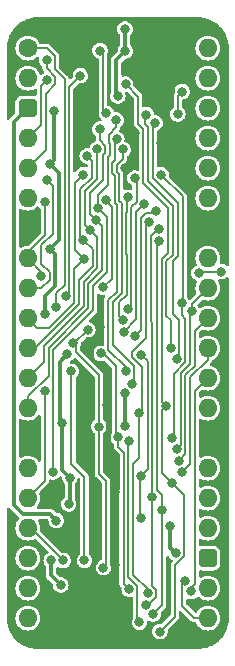
<source format=gbr>
%TF.GenerationSoftware,KiCad,Pcbnew,7.0.5*%
%TF.CreationDate,2024-01-22T19:19:11+02:00*%
%TF.ProjectId,Video Counter 12bit,56696465-6f20-4436-9f75-6e7465722031,rev?*%
%TF.SameCoordinates,Original*%
%TF.FileFunction,Copper,L2,Bot*%
%TF.FilePolarity,Positive*%
%FSLAX46Y46*%
G04 Gerber Fmt 4.6, Leading zero omitted, Abs format (unit mm)*
G04 Created by KiCad (PCBNEW 7.0.5) date 2024-01-22 19:19:11*
%MOMM*%
%LPD*%
G01*
G04 APERTURE LIST*
G04 Aperture macros list*
%AMRoundRect*
0 Rectangle with rounded corners*
0 $1 Rounding radius*
0 $2 $3 $4 $5 $6 $7 $8 $9 X,Y pos of 4 corners*
0 Add a 4 corners polygon primitive as box body*
4,1,4,$2,$3,$4,$5,$6,$7,$8,$9,$2,$3,0*
0 Add four circle primitives for the rounded corners*
1,1,$1+$1,$2,$3*
1,1,$1+$1,$4,$5*
1,1,$1+$1,$6,$7*
1,1,$1+$1,$8,$9*
0 Add four rect primitives between the rounded corners*
20,1,$1+$1,$2,$3,$4,$5,0*
20,1,$1+$1,$4,$5,$6,$7,0*
20,1,$1+$1,$6,$7,$8,$9,0*
20,1,$1+$1,$8,$9,$2,$3,0*%
G04 Aperture macros list end*
%TA.AperFunction,ComponentPad*%
%ADD10C,1.600000*%
%TD*%
%TA.AperFunction,ComponentPad*%
%ADD11O,1.600000X1.600000*%
%TD*%
%TA.AperFunction,ComponentPad*%
%ADD12RoundRect,0.400000X-0.400000X-0.400000X0.400000X-0.400000X0.400000X0.400000X-0.400000X0.400000X0*%
%TD*%
%TA.AperFunction,ComponentPad*%
%ADD13R,1.600000X1.600000*%
%TD*%
%TA.AperFunction,ViaPad*%
%ADD14C,0.800000*%
%TD*%
%TA.AperFunction,Conductor*%
%ADD15C,0.380000*%
%TD*%
%TA.AperFunction,Conductor*%
%ADD16C,0.200000*%
%TD*%
G04 APERTURE END LIST*
D10*
%TO.P,J3,1,Pin_1*%
%TO.N,/~{Reset}*%
X88900000Y-58420000D03*
D11*
%TO.P,J3,2,Pin_2*%
%TO.N,/~{Load}*%
X88900000Y-60960000D03*
D12*
%TO.P,J3,3,Pin_3*%
%TO.N,/5V*%
X88900000Y-63500000D03*
D11*
%TO.P,J3,4,Pin_4*%
%TO.N,/Read Row Position High*%
X88900000Y-66040000D03*
%TO.P,J3,5,Pin_5*%
%TO.N,/Read Row Position Low*%
X88900000Y-68580000D03*
%TO.P,J3,6,Pin_6*%
%TO.N,/D7*%
X88900000Y-71120000D03*
D13*
%TO.P,J3,7,Pin_7*%
%TO.N,/GND*%
X88900000Y-73660000D03*
D11*
%TO.P,J3,8,Pin_8*%
%TO.N,/D6*%
X88900000Y-76200000D03*
%TO.P,J3,9,Pin_9*%
%TO.N,/D5*%
X88900000Y-78740000D03*
%TO.P,J3,10,Pin_10*%
%TO.N,/D4*%
X88900000Y-81280000D03*
%TO.P,J3,11,Pin_11*%
%TO.N,/D3*%
X88900000Y-83820000D03*
%TO.P,J3,12,Pin_12*%
%TO.N,/D2*%
X88900000Y-86360000D03*
%TO.P,J3,13,Pin_13*%
%TO.N,/D1*%
X88900000Y-88900000D03*
D13*
%TO.P,J3,14,Pin_14*%
%TO.N,/GND*%
X88900000Y-91440000D03*
D11*
%TO.P,J3,15,Pin_15*%
%TO.N,/D0*%
X88900000Y-93980000D03*
%TO.P,J3,16,Pin_16*%
%TO.N,/IR0*%
X88900000Y-96520000D03*
%TO.P,J3,17,Pin_17*%
%TO.N,/IR1*%
X88900000Y-99060000D03*
%TO.P,J3,18,Pin_18*%
%TO.N,unconnected-(J3-Pin_18-Pad18)*%
X88900000Y-101600000D03*
%TO.P,J3,19,Pin_19*%
%TO.N,/CLK*%
X88900000Y-104140000D03*
%TO.P,J3,20,Pin_20*%
%TO.N,unconnected-(J3-Pin_20-Pad20)*%
X88900000Y-106680000D03*
%TO.P,J3,21,Pin_21*%
%TO.N,/TC_{8..11}*%
X104140000Y-106680000D03*
%TO.P,J3,22,Pin_22*%
%TO.N,/TC_{4..7}*%
X104140000Y-104140000D03*
D12*
%TO.P,J3,23,Pin_23*%
%TO.N,/5V*%
X104140000Y-101600000D03*
D11*
%TO.P,J3,24,Pin_24*%
%TO.N,/TC_{0..3}*%
X104140000Y-99060000D03*
%TO.P,J3,25,Pin_25*%
%TO.N,/R11*%
X104140000Y-96520000D03*
%TO.P,J3,26,Pin_26*%
%TO.N,/R10*%
X104140000Y-93980000D03*
D13*
%TO.P,J3,27,Pin_27*%
%TO.N,/GND*%
X104140000Y-91440000D03*
D11*
%TO.P,J3,28,Pin_28*%
%TO.N,/R9*%
X104140000Y-88900000D03*
%TO.P,J3,29,Pin_29*%
%TO.N,/R8*%
X104140000Y-86360000D03*
%TO.P,J3,30,Pin_30*%
%TO.N,/R7*%
X104140000Y-83820000D03*
%TO.P,J3,31,Pin_31*%
%TO.N,/R6*%
X104140000Y-81280000D03*
%TO.P,J3,32,Pin_32*%
%TO.N,/R5*%
X104140000Y-78740000D03*
%TO.P,J3,33,Pin_33*%
%TO.N,/R4*%
X104140000Y-76200000D03*
D13*
%TO.P,J3,34,Pin_34*%
%TO.N,/GND*%
X104140000Y-73660000D03*
D11*
%TO.P,J3,35,Pin_35*%
%TO.N,/R3*%
X104140000Y-71120000D03*
%TO.P,J3,36,Pin_36*%
%TO.N,/R2*%
X104140000Y-68580000D03*
%TO.P,J3,37,Pin_37*%
%TO.N,/R1*%
X104140000Y-66040000D03*
%TO.P,J3,38,Pin_38*%
%TO.N,/R0*%
X104140000Y-63500000D03*
%TO.P,J3,39,Pin_39*%
%TO.N,unconnected-(J3-Pin_39-Pad39)*%
X104140000Y-60960000D03*
%TO.P,J3,40,Pin_40*%
%TO.N,/~{CLK}*%
X104140000Y-58420000D03*
%TD*%
D14*
%TO.N,/GND*%
X94538800Y-96012000D03*
%TO.N,/IR1*%
X93698000Y-101798502D03*
X92598974Y-85789603D03*
X91897200Y-101803200D03*
%TO.N,/D0*%
X91045510Y-94308518D03*
%TO.N,/3.3V*%
X92455998Y-94792800D03*
%TO.N,/IR0*%
X90363294Y-87442294D03*
%TO.N,/TC_{0..3}*%
X98510000Y-98171000D03*
%TO.N,/TC_{8..11}*%
X102234998Y-103505000D03*
%TO.N,/5V*%
X91693998Y-103886000D03*
X91313002Y-98425000D03*
X90880000Y-101803218D03*
%TO.N,/GND*%
X97977428Y-65649597D03*
X100177428Y-66418238D03*
X96310000Y-102154109D03*
X94049821Y-66105000D03*
X87630000Y-61849000D03*
X96256418Y-96002418D03*
X97155004Y-68580004D03*
X95606917Y-88647472D03*
X96215194Y-104394000D03*
X99568000Y-61976000D03*
X94996000Y-82042000D03*
X94459890Y-62582880D03*
X99530082Y-57822918D03*
X92018895Y-60052696D03*
%TO.N,/3.3V*%
X100976344Y-98923207D03*
X91100004Y-63782000D03*
X97130839Y-56799000D03*
X92252692Y-84304000D03*
X90382701Y-80961000D03*
X97155000Y-87630000D03*
X90755152Y-68217978D03*
X91820999Y-90169991D03*
X97155000Y-58674000D03*
X96519996Y-62483996D03*
X97093000Y-90394567D03*
X90758318Y-75389319D03*
X101416481Y-101148000D03*
X92354400Y-97028000D03*
%TO.N,/D0*%
X94861977Y-71979823D03*
X96392996Y-64516000D03*
%TO.N,/D1*%
X94654321Y-72958028D03*
X94994948Y-65283512D03*
%TO.N,/D2*%
X94189656Y-73843518D03*
X94757126Y-66991863D03*
%TO.N,/D3*%
X93924051Y-67545029D03*
X93615562Y-74662310D03*
%TO.N,/D4*%
X93686063Y-76249170D03*
X93608466Y-69125029D03*
%TO.N,/D5*%
X90551000Y-69596014D03*
%TO.N,/D6*%
X90041275Y-77693810D03*
X90328562Y-71424494D03*
%TO.N,/D7*%
X95302148Y-78681808D03*
X95543742Y-71247000D03*
%TO.N,/~{Reset}*%
X93980000Y-82267992D03*
X92760214Y-83425747D03*
X95300800Y-102412800D03*
X91325521Y-80363000D03*
X94906917Y-90461917D03*
%TO.N,/R3*%
X96962442Y-67000000D03*
X97757382Y-86831788D03*
%TO.N,/R2*%
X97175953Y-85725000D03*
X96441897Y-66146163D03*
%TO.N,/R1*%
X99677411Y-64750157D03*
X101519025Y-84736024D03*
%TO.N,/R0*%
X98945115Y-64048917D03*
X101027000Y-83806686D03*
%TO.N,/TC_{0..3}*%
X98510000Y-94616849D03*
X98512445Y-84388906D03*
%TO.N,/R7*%
X97026713Y-82426415D03*
X101977076Y-94331057D03*
X98764359Y-71656577D03*
%TO.N,/R6*%
X97343350Y-71051539D03*
X101671739Y-93378810D03*
X96978690Y-81427566D03*
%TO.N,/R5*%
X97358645Y-80502558D03*
X102779003Y-80699610D03*
X101506031Y-92392632D03*
X97977428Y-69425601D03*
%TO.N,/R4*%
X100177428Y-69136465D03*
X101140000Y-91445418D03*
X101919000Y-79999610D03*
%TO.N,/TC_{4..7}*%
X97504375Y-91662941D03*
X98348800Y-107035600D03*
%TO.N,/R11*%
X100274068Y-97523207D03*
X99534228Y-106335600D03*
X100015129Y-74754183D03*
%TO.N,/R10*%
X98880995Y-105578439D03*
X99441000Y-96393000D03*
X99973370Y-73744534D03*
%TO.N,/R9*%
X98323281Y-89284000D03*
X99194800Y-73116972D03*
X99060118Y-104586063D03*
%TO.N,/R8*%
X97950675Y-82808906D03*
X102757601Y-104423426D03*
X99740126Y-72232213D03*
%TO.N,/Read Row Position Low*%
X90486000Y-59435998D03*
%TO.N,/Clock Read Row Position*%
X105288622Y-77343037D03*
X101981000Y-62102984D03*
X101600000Y-64008000D03*
X103377978Y-77469994D03*
%TO.N,/Read Row Position High*%
X90540612Y-61120000D03*
%TO.N,/~{Read Row Position High}*%
X92123000Y-79374823D03*
X93345000Y-60756480D03*
%TO.N,/~{Read Row Position Low}*%
X95014214Y-58624000D03*
X95555247Y-63937824D03*
%TO.N,/~{Load}*%
X97183000Y-61467992D03*
X100092353Y-107817712D03*
X101092000Y-95250000D03*
X100561185Y-88726000D03*
%TO.N,/CLK*%
X97480546Y-104232828D03*
X96548000Y-91370791D03*
X95084294Y-84267855D03*
%TD*%
D15*
%TO.N,/3.3V*%
X91821000Y-94157802D02*
X92455998Y-94792800D01*
X91820999Y-90169991D02*
X91821000Y-94157802D01*
D16*
%TO.N,/IR0*%
X90345510Y-87460078D02*
X90363294Y-87442294D01*
X90345510Y-95074490D02*
X90345510Y-87460078D01*
%TO.N,/D0*%
X91063293Y-94290735D02*
X91045510Y-94308518D01*
X91063293Y-83984524D02*
X91063293Y-94290735D01*
X95609272Y-77384733D02*
X94423000Y-78571005D01*
X94423000Y-80624817D02*
X91063293Y-83984524D01*
X95609272Y-72727118D02*
X95609272Y-77384733D01*
%TO.N,/IR0*%
X88900000Y-96520000D02*
X90345510Y-95074490D01*
%TO.N,/D0*%
X94423000Y-78571005D02*
X94423000Y-80624817D01*
X94861977Y-71979823D02*
X95609272Y-72727118D01*
%TO.N,/IR1*%
X92598974Y-93614974D02*
X93698000Y-94714000D01*
X92598974Y-85789603D02*
X92598974Y-93614974D01*
X93698000Y-94714000D02*
X93698000Y-101798502D01*
D15*
%TO.N,/GND*%
X94488000Y-96062800D02*
X94538800Y-96012000D01*
X94488000Y-104038400D02*
X94488000Y-96062800D01*
X94843600Y-104394000D02*
X94488000Y-104038400D01*
X96215194Y-104394000D02*
X94843600Y-104394000D01*
D16*
%TO.N,/~{Reset}*%
X95504000Y-102209600D02*
X95300800Y-102412800D01*
X95504000Y-95046800D02*
X95504000Y-102209600D01*
X94906917Y-94449717D02*
X95504000Y-95046800D01*
X94906917Y-90461917D02*
X94906917Y-94449717D01*
D15*
%TO.N,/3.3V*%
X91592400Y-89941392D02*
X91592400Y-84964292D01*
D16*
%TO.N,/~{Reset}*%
X94906917Y-86067717D02*
X92956000Y-84116800D01*
D15*
%TO.N,/GND*%
X96495600Y-92849349D02*
X96495600Y-92900150D01*
D16*
%TO.N,/~{Reset}*%
X92956000Y-83621533D02*
X92760214Y-83425747D01*
X92956000Y-84116800D02*
X92956000Y-83621533D01*
X94906917Y-90461917D02*
X94906917Y-86067717D01*
D15*
%TO.N,/GND*%
X95606917Y-88647472D02*
X95758000Y-88798555D01*
X95758000Y-88798555D02*
X95758000Y-92111750D01*
X95758000Y-92111750D02*
X96495600Y-92849349D01*
X96495600Y-92900150D02*
X96502000Y-92906549D01*
X96502000Y-92906549D02*
X96502000Y-95756836D01*
X96502000Y-95756836D02*
X96256418Y-96002418D01*
%TO.N,/3.3V*%
X91820999Y-90169991D02*
X91592400Y-89941392D01*
X91592400Y-84964292D02*
X92252692Y-84304000D01*
%TO.N,/GND*%
X94294294Y-83632706D02*
X94294294Y-84743894D01*
D16*
%TO.N,/~{Reset}*%
X92822245Y-83425747D02*
X92760214Y-83425747D01*
X93980000Y-82267992D02*
X92822245Y-83425747D01*
D15*
%TO.N,/GND*%
X95606917Y-86056517D02*
X95606917Y-88647472D01*
X94294294Y-84743894D02*
X95606917Y-86056517D01*
X94996000Y-82931000D02*
X94294294Y-83632706D01*
X94996000Y-82042000D02*
X94996000Y-82931000D01*
D16*
%TO.N,/~{Reset}*%
X92008566Y-78499307D02*
X92008566Y-61032318D01*
%TO.N,/D3*%
X94396676Y-75443424D02*
X93615562Y-74662310D01*
%TO.N,/D1*%
X88900000Y-87915635D02*
X90659000Y-86156635D01*
X90659000Y-83823134D02*
X94023000Y-80459132D01*
X94023000Y-78405319D02*
X95196676Y-77231643D01*
X88900000Y-88900000D02*
X88900000Y-87915635D01*
X90659000Y-86156635D02*
X90659000Y-83823134D01*
X94023000Y-80459132D02*
X94023000Y-78405319D01*
X95196676Y-77231643D02*
X95196676Y-73500383D01*
%TO.N,/D2*%
X90259000Y-83657448D02*
X93623000Y-80293447D01*
%TO.N,/D1*%
X95196676Y-73500383D02*
X94654321Y-72958028D01*
%TO.N,/D2*%
X88900000Y-86360000D02*
X90259000Y-85001000D01*
%TO.N,/D3*%
X94396676Y-76900272D02*
X94396676Y-75443424D01*
%TO.N,/~{Reset}*%
X90551000Y-58420000D02*
X88900000Y-58420000D01*
%TO.N,/D2*%
X90259000Y-85001000D02*
X90259000Y-83657448D01*
X93623000Y-80293447D02*
X93623000Y-78239633D01*
X93623000Y-78239633D02*
X94796676Y-77065957D01*
X94796676Y-77065957D02*
X94796676Y-74450538D01*
X94796676Y-74450538D02*
X94189656Y-73843518D01*
%TO.N,/D3*%
X89530762Y-83820000D02*
X93223000Y-80127762D01*
X93223000Y-80127762D02*
X93223001Y-78073947D01*
X93223001Y-78073947D02*
X94396676Y-76900272D01*
%TO.N,/D4*%
X88900000Y-81280000D02*
X89699999Y-82079999D01*
X89699999Y-82079999D02*
X90705077Y-82079999D01*
X90705077Y-82079999D02*
X92823001Y-79962075D01*
X92823001Y-79962075D02*
X92823001Y-77112232D01*
X92823001Y-77112232D02*
X93686063Y-76249170D01*
%TO.N,/~{Reset}*%
X91325521Y-79182352D02*
X92008566Y-78499307D01*
X91186000Y-59055000D02*
X90551000Y-58420000D01*
X91186000Y-60209752D02*
X91186000Y-59055000D01*
X92008566Y-61032318D02*
X91186000Y-60209752D01*
X91325521Y-80363000D02*
X91325521Y-79182352D01*
D15*
%TO.N,/3.3V*%
X90758318Y-75389319D02*
X91242119Y-75873120D01*
X91242119Y-75873120D02*
X91242119Y-78572790D01*
X91242119Y-78572790D02*
X90382701Y-79432208D01*
X90382701Y-79432208D02*
X90382701Y-80961000D01*
D16*
%TO.N,/~{Read Row Position High}*%
X92123000Y-79374823D02*
X92419014Y-79078809D01*
X92419014Y-61682466D02*
X93345000Y-60756480D01*
X92419014Y-79078809D02*
X92419014Y-61682466D01*
%TO.N,/D5*%
X91028566Y-74129120D02*
X91028566Y-70073580D01*
X90752119Y-78019251D02*
X90752119Y-77382010D01*
X88900000Y-78740000D02*
X90031370Y-78740000D01*
X90031370Y-78740000D02*
X90752119Y-78019251D01*
X91028566Y-70073580D02*
X90551000Y-69596014D01*
X90752119Y-77382010D02*
X90043000Y-76672891D01*
X90043000Y-76672891D02*
X90043000Y-75114686D01*
X90043000Y-75114686D02*
X91028566Y-74129120D01*
%TO.N,/D6*%
X88900000Y-76200000D02*
X90041275Y-77341275D01*
X90041275Y-77341275D02*
X90041275Y-77693810D01*
%TO.N,/R2*%
X96257126Y-67922238D02*
X96055000Y-68124365D01*
X96441897Y-66146163D02*
X96257126Y-66330934D01*
X96243742Y-69224378D02*
X96243742Y-71507566D01*
%TO.N,/R6*%
X96658002Y-79927735D02*
X96658002Y-81106878D01*
%TO.N,/R8*%
X98916285Y-72356577D02*
X98494800Y-72778062D01*
%TO.N,/R2*%
X96257126Y-66330934D02*
X96257126Y-67922238D01*
X96055000Y-68124365D02*
X96055000Y-69035635D01*
%TO.N,/R3*%
X96962442Y-67000000D02*
X96962442Y-67782608D01*
%TO.N,/R2*%
X96055000Y-69035635D02*
X96243742Y-69224378D01*
%TO.N,/R10*%
X99441000Y-96393000D02*
X99436003Y-96388003D01*
%TO.N,/R2*%
X96243742Y-71507566D02*
X96417488Y-71681312D01*
X96417488Y-71681312D02*
X96417488Y-79036878D01*
X96417488Y-79036878D02*
X95712629Y-79741737D01*
%TO.N,/R6*%
X97257999Y-72317808D02*
X97245838Y-72329970D01*
%TO.N,/R2*%
X95712629Y-79741737D02*
X95712629Y-83959314D01*
X95712629Y-83959314D02*
X97175953Y-85422638D01*
X97175953Y-85422638D02*
X97175953Y-85725000D01*
%TO.N,/R3*%
X96962442Y-67782608D02*
X96455000Y-68290050D01*
%TO.N,/R9*%
X97725000Y-84139000D02*
X98894800Y-82969200D01*
%TO.N,/R5*%
X98109000Y-71410600D02*
X97658001Y-71861599D01*
%TO.N,/R3*%
X96455000Y-68290050D02*
X96455000Y-68869950D01*
%TO.N,/R10*%
X99902985Y-73744534D02*
X99973370Y-73744534D01*
%TO.N,/R3*%
X96455000Y-68869950D02*
X96643742Y-69058693D01*
X96643742Y-69058693D02*
X96643742Y-71341881D01*
%TO.N,/R6*%
X97257999Y-79327738D02*
X96658002Y-79927735D01*
%TO.N,/R5*%
X98109000Y-69557173D02*
X98109000Y-71410600D01*
%TO.N,/R3*%
X96643742Y-71341881D02*
X96845838Y-71543977D01*
X96845838Y-71543977D02*
X96845838Y-79174213D01*
%TO.N,/R10*%
X99436003Y-96388003D02*
X99436003Y-81665211D01*
%TO.N,/R3*%
X96845838Y-79174213D02*
X96112629Y-79907422D01*
%TO.N,/R5*%
X97977428Y-69425601D02*
X98109000Y-69557173D01*
%TO.N,/R3*%
X96112629Y-79907422D02*
X96112629Y-83544726D01*
%TO.N,/R9*%
X97725000Y-84591412D02*
X97725000Y-84139000D01*
%TO.N,/R3*%
X96112629Y-83544726D02*
X97909000Y-85341097D01*
X97909000Y-85341097D02*
X97909000Y-86680170D01*
X97909000Y-86680170D02*
X97757382Y-86831788D01*
%TO.N,/R6*%
X97343350Y-71051539D02*
X97257999Y-71136890D01*
%TO.N,/R9*%
X98894800Y-73416972D02*
X99194800Y-73116972D01*
%TO.N,/R6*%
X97257999Y-71136890D02*
X97257999Y-72317808D01*
X97245838Y-72329970D02*
X97245840Y-73573246D01*
%TO.N,/R8*%
X98494800Y-72778062D02*
X98494800Y-82264781D01*
%TO.N,/R6*%
X97245840Y-73573246D02*
X97245838Y-73573248D01*
X97245838Y-73573248D02*
X97245838Y-75866718D01*
X97245838Y-75866718D02*
X97257999Y-75878880D01*
X97257999Y-75878880D02*
X97257999Y-79327738D01*
X96658002Y-81106878D02*
X96978690Y-81427566D01*
%TO.N,/R7*%
X98094800Y-72326136D02*
X98764359Y-71656577D01*
%TO.N,/R5*%
X97658001Y-71861599D02*
X97658001Y-80203202D01*
X97658001Y-80203202D02*
X97358645Y-80502558D01*
%TO.N,/R9*%
X98894800Y-82969200D02*
X98894800Y-73416972D01*
%TO.N,/R7*%
X97026713Y-82426415D02*
X98094800Y-81358328D01*
X98094800Y-81358328D02*
X98094800Y-72326136D01*
%TO.N,/R8*%
X99740126Y-72232213D02*
X99615762Y-72356577D01*
X99615762Y-72356577D02*
X98916285Y-72356577D01*
X98494800Y-82264781D02*
X97950675Y-82808906D01*
%TO.N,/R9*%
X98323281Y-89284000D02*
X98552000Y-89055281D01*
X98552000Y-85418412D02*
X97725000Y-84591412D01*
X98552000Y-89055281D02*
X98552000Y-85418412D01*
%TO.N,/R10*%
X99436003Y-81665211D02*
X99294801Y-81524009D01*
X99294801Y-81524009D02*
X99294800Y-74352719D01*
X99294800Y-74352719D02*
X99902985Y-73744534D01*
%TO.N,/CLK*%
X97010000Y-103762282D02*
X97480546Y-104232828D01*
X97010000Y-92670784D02*
X97010000Y-103762282D01*
X96548000Y-92208784D02*
X97010000Y-92670784D01*
X96548000Y-91370791D02*
X96548000Y-92208784D01*
%TO.N,/R9*%
X99060118Y-104256765D02*
X99060118Y-104586063D01*
X98323281Y-93112054D02*
X97810000Y-93625335D01*
X98323281Y-89284000D02*
X98323281Y-93112054D01*
X97810000Y-103006647D02*
X99060118Y-104256765D01*
D15*
%TO.N,/GND*%
X96310000Y-104299194D02*
X96310000Y-102154109D01*
X96469200Y-101994909D02*
X96310000Y-102154109D01*
X96469200Y-96215200D02*
X96469200Y-101994909D01*
X96256418Y-96002418D02*
X96469200Y-96215200D01*
D16*
%TO.N,/R9*%
X97810000Y-93625335D02*
X97810000Y-103006647D01*
D15*
%TO.N,/GND*%
X96215194Y-104394000D02*
X96310000Y-104299194D01*
D16*
%TO.N,/TC_{4..7}*%
X98180546Y-106867346D02*
X98348800Y-107035600D01*
X98180546Y-103942878D02*
X98180546Y-106867346D01*
X97410000Y-103172333D02*
X98180546Y-103942878D01*
X97410000Y-91757316D02*
X97410000Y-103172333D01*
X97504375Y-91662941D02*
X97410000Y-91757316D01*
D15*
%TO.N,/3.3V*%
X92455998Y-96926402D02*
X92354400Y-97028000D01*
X92455998Y-94792800D02*
X92455998Y-96926402D01*
D16*
%TO.N,/IR1*%
X89154000Y-99060000D02*
X91897200Y-101803200D01*
D15*
%TO.N,/5V*%
X91693998Y-103886000D02*
X90880000Y-103072002D01*
X90880000Y-103072002D02*
X90880000Y-101803218D01*
%TO.N,/3.3V*%
X97093000Y-87692000D02*
X97155000Y-87630000D01*
D16*
%TO.N,/CLK*%
X95084294Y-84267855D02*
X95291455Y-84267855D01*
X95291455Y-84267855D02*
X96393000Y-85369400D01*
X96393000Y-85369400D02*
X96393000Y-91215791D01*
X96393000Y-91215791D02*
X96548000Y-91370791D01*
D15*
%TO.N,/3.3V*%
X97093000Y-90394567D02*
X97093000Y-87692000D01*
D16*
%TO.N,/R10*%
X99065386Y-105578439D02*
X98880995Y-105578439D01*
X99760118Y-104883707D02*
X99065386Y-105578439D01*
X99441000Y-103976995D02*
X99760118Y-104296113D01*
X99441000Y-96393000D02*
X99441000Y-103976995D01*
X99760118Y-104296113D02*
X99760118Y-104883707D01*
%TO.N,/R11*%
X100274068Y-105595760D02*
X99534228Y-106335600D01*
X100274068Y-97523207D02*
X100274068Y-105595760D01*
%TO.N,/TC_{0..3}*%
X98403000Y-98064000D02*
X98510000Y-98171000D01*
X98510000Y-94616849D02*
X98403000Y-94723849D01*
X98403000Y-94723849D02*
X98403000Y-98064000D01*
%TO.N,/R11*%
X99836000Y-74933312D02*
X100015129Y-74754183D01*
X99836000Y-95798050D02*
X99836000Y-74933312D01*
X100274068Y-96236118D02*
X99836000Y-95798050D01*
X100274068Y-97523207D02*
X100274068Y-96236118D01*
D15*
%TO.N,/5V*%
X90758002Y-97870000D02*
X91313002Y-98425000D01*
X88472000Y-97870000D02*
X90758002Y-97870000D01*
X87710000Y-97108000D02*
X88472000Y-97870000D01*
X87710000Y-64690000D02*
X87710000Y-97108000D01*
X88900000Y-63500000D02*
X87710000Y-64690000D01*
D16*
%TO.N,/TC_{0..3}*%
X99036003Y-94090846D02*
X98510000Y-94616849D01*
X99036003Y-84912464D02*
X99036003Y-94090846D01*
X98512445Y-84388906D02*
X99036003Y-84912464D01*
D15*
%TO.N,/3.3V*%
X101416481Y-101148000D02*
X100976344Y-100707863D01*
X100976344Y-100707863D02*
X100976344Y-98923207D01*
D16*
%TO.N,/TC_{8..11}*%
X101981000Y-105652370D02*
X101981000Y-103758998D01*
X103008630Y-106680000D02*
X101981000Y-105652370D01*
X104140000Y-106680000D02*
X103008630Y-106680000D01*
X101981000Y-103758998D02*
X102234998Y-103505000D01*
%TO.N,/R8*%
X103062000Y-103794950D02*
X102757601Y-104099349D01*
X103062000Y-103215050D02*
X103062000Y-103794950D01*
X103040000Y-103193050D02*
X103062000Y-103215050D01*
X104140000Y-86360000D02*
X103040000Y-87460000D01*
X103040000Y-87460000D02*
X103040000Y-103193050D01*
X102757601Y-104099349D02*
X102757601Y-104423426D01*
%TO.N,/~{Load}*%
X101346000Y-106564065D02*
X100092353Y-107817712D01*
X101346000Y-102208431D02*
X101346000Y-106564065D01*
X102116481Y-101437950D02*
X101346000Y-102208431D01*
X102116481Y-96274481D02*
X102116481Y-101437950D01*
X101092000Y-95250000D02*
X102116481Y-96274481D01*
D15*
%TO.N,/GND*%
X97977428Y-67757580D02*
X97977428Y-65649597D01*
X105664000Y-58261085D02*
X104632915Y-57230000D01*
X105664000Y-72136000D02*
X105664000Y-58261085D01*
X93853000Y-59944000D02*
X94459890Y-60550890D01*
X99568000Y-58166000D02*
X99568000Y-57860836D01*
X102870000Y-72390000D02*
X102870000Y-69209470D01*
X87503000Y-58134085D02*
X88407085Y-57230000D01*
X94459890Y-60550890D02*
X94459890Y-62582880D01*
X99568000Y-61976000D02*
X99568000Y-58166000D01*
X93906855Y-63135915D02*
X94459890Y-62582880D01*
X99568000Y-57860836D02*
X99530082Y-57822918D01*
X90123000Y-57230000D02*
X92018895Y-59125895D01*
X94049821Y-66105000D02*
X93906855Y-65962034D01*
X93906855Y-65962034D02*
X93906855Y-63135915D01*
X100123000Y-57230000D02*
X99530082Y-57822918D01*
X88407085Y-57230000D02*
X90123000Y-57230000D01*
X97155004Y-68580004D02*
X97977428Y-67757580D01*
X92018895Y-60052696D02*
X92127591Y-59944000D01*
X92127591Y-59944000D02*
X93853000Y-59944000D01*
X92018895Y-59125895D02*
X92018895Y-60052696D01*
X87503000Y-61849000D02*
X87503000Y-58134085D01*
X104632915Y-57230000D02*
X100123000Y-57230000D01*
X104140000Y-73660000D02*
X105664000Y-72136000D01*
X102870000Y-69209470D02*
X100177428Y-66516898D01*
X104140000Y-73660000D02*
X102870000Y-72390000D01*
X100177428Y-66516898D02*
X100177428Y-66418238D01*
%TO.N,/3.3V*%
X96393000Y-62357000D02*
X96519996Y-62483996D01*
X97155000Y-56823161D02*
X97130839Y-56799000D01*
X91518566Y-74629071D02*
X91518566Y-68981392D01*
X96393000Y-59436000D02*
X96393000Y-62357000D01*
X91518566Y-68981392D02*
X90755152Y-68217978D01*
X90758318Y-75389319D02*
X91518566Y-74629071D01*
X90755152Y-68217978D02*
X91100004Y-67873126D01*
X91100004Y-67873126D02*
X91100004Y-63782000D01*
X97155000Y-58674000D02*
X96393000Y-59436000D01*
X97155000Y-58674000D02*
X97155000Y-56823161D01*
D16*
%TO.N,/D0*%
X94861977Y-71979823D02*
X94805545Y-71923391D01*
X95857126Y-66536228D02*
X95741897Y-66420999D01*
X95655001Y-69979049D02*
X95655001Y-67649623D01*
X95857126Y-67447498D02*
X95857126Y-66536228D01*
X96392996Y-65133414D02*
X96392996Y-64516000D01*
X95655001Y-67649623D02*
X95857126Y-67447498D01*
X95741897Y-66420999D02*
X95741897Y-65784513D01*
X95741897Y-65784513D02*
X96392996Y-65133414D01*
X94805545Y-70828505D02*
X95655001Y-69979049D01*
X94805545Y-71923391D02*
X94805545Y-70828505D01*
%TO.N,/D1*%
X94994948Y-66239736D02*
X94994948Y-65283512D01*
X94160890Y-70693925D02*
X95255001Y-69599814D01*
X95255001Y-67483938D02*
X95457126Y-67281813D01*
X95457126Y-66701914D02*
X94994948Y-66239736D01*
X95255001Y-69599814D02*
X95255001Y-67483938D01*
X94654321Y-72958028D02*
X94160890Y-72464597D01*
X95457126Y-67281813D02*
X95457126Y-66701914D01*
X94160890Y-72464597D02*
X94160890Y-70693925D01*
%TO.N,/D2*%
X93760890Y-70528240D02*
X94757126Y-69532004D01*
X94189656Y-73843518D02*
X93760890Y-73414752D01*
X94757126Y-69532004D02*
X94757126Y-66991863D01*
X93760890Y-73414752D02*
X93760890Y-70528240D01*
%TO.N,/D3*%
X93356187Y-74402935D02*
X93356187Y-70367258D01*
X94316684Y-69406761D02*
X94316684Y-67937662D01*
X93615562Y-74662310D02*
X93356187Y-74402935D01*
X94316684Y-67937662D02*
X93924051Y-67545029D01*
X93356187Y-70367258D02*
X94316684Y-69406761D01*
%TO.N,/D4*%
X93686063Y-76249170D02*
X92915562Y-75478669D01*
X92915562Y-69817933D02*
X93608466Y-69125029D01*
X92915562Y-75478669D02*
X92915562Y-69817933D01*
%TO.N,/D6*%
X88900000Y-75692000D02*
X90328562Y-74263438D01*
X90328562Y-74263438D02*
X90328562Y-71424494D01*
%TO.N,/D7*%
X95543742Y-71373251D02*
X95543742Y-71247000D01*
X96009273Y-77974683D02*
X96009273Y-71838782D01*
X96009273Y-71838782D02*
X95543742Y-71373251D01*
X95302148Y-78681808D02*
X96009273Y-77974683D01*
%TO.N,/R1*%
X101727000Y-81407000D02*
X101219000Y-80899000D01*
X101583178Y-71538772D02*
X99477428Y-69433022D01*
X101219000Y-80899000D02*
X101219000Y-76427569D01*
X99477428Y-64950140D02*
X99677411Y-64750157D01*
X101583178Y-76063391D02*
X101583178Y-71538772D01*
X101219000Y-76427569D02*
X101583178Y-76063391D01*
X101727000Y-84455000D02*
X101727000Y-81407000D01*
X99477428Y-69433022D02*
X99477428Y-64950140D01*
%TO.N,/R0*%
X100636003Y-76444881D02*
X101183178Y-75897706D01*
X101027000Y-83806686D02*
X101027000Y-81469000D01*
X101183178Y-75897706D02*
X101183178Y-71807986D01*
X100636003Y-81078003D02*
X100636003Y-76444881D01*
X98806000Y-64839314D02*
X98806000Y-64188032D01*
X101183178Y-71807986D02*
X99077428Y-69702236D01*
X99077428Y-69702236D02*
X99077428Y-65110742D01*
X101027000Y-81469000D02*
X100636003Y-81078003D01*
X99077428Y-65110742D02*
X98806000Y-64839314D01*
X98806000Y-64188032D02*
X98945115Y-64048917D01*
%TO.N,/R7*%
X104140000Y-83820000D02*
X104140000Y-84802058D01*
X104140000Y-84802058D02*
X102640000Y-86302058D01*
X102640000Y-86302058D02*
X102640000Y-93668133D01*
X102640000Y-93668133D02*
X101977076Y-94331057D01*
%TO.N,/R6*%
X102240000Y-92810549D02*
X101671739Y-93378810D01*
X103035000Y-82385000D02*
X103035000Y-85341371D01*
X104140000Y-81280000D02*
X103035000Y-82385000D01*
X103035000Y-85341371D02*
X102240000Y-86136372D01*
X102240000Y-86136372D02*
X102240000Y-92810549D01*
%TO.N,/R5*%
X102779003Y-80100997D02*
X102779003Y-80699610D01*
X101840000Y-92058663D02*
X101840000Y-85970686D01*
X101840000Y-85970686D02*
X102635000Y-85175685D01*
X101506031Y-92392632D02*
X101840000Y-92058663D01*
X102635000Y-85175685D02*
X102635000Y-80843613D01*
X104140000Y-78740000D02*
X102779003Y-80100997D01*
X102635000Y-80843613D02*
X102779003Y-80699610D01*
%TO.N,/R4*%
X102000000Y-79918610D02*
X102000000Y-70959037D01*
X101919000Y-79999610D02*
X102000000Y-79918610D01*
X102000000Y-70959037D02*
X100177428Y-69136465D01*
X102235000Y-85009999D02*
X102235000Y-81349315D01*
X101261185Y-91324233D02*
X101261185Y-85983814D01*
X101140000Y-91445418D02*
X101261185Y-91324233D01*
X101261185Y-85983814D02*
X102235000Y-85009999D01*
X101919000Y-81033315D02*
X101919000Y-79999610D01*
X102235000Y-81349315D02*
X101919000Y-81033315D01*
%TO.N,/Read Row Position Low*%
X90400000Y-67080000D02*
X90400000Y-62289098D01*
X90486000Y-60075438D02*
X90486000Y-59435998D01*
X91244245Y-60864953D02*
X91240612Y-60861320D01*
X91244245Y-61444853D02*
X91244245Y-60864953D01*
X91240612Y-60830050D02*
X90486000Y-60075438D01*
X88900000Y-68580000D02*
X90400000Y-67080000D01*
X90400000Y-62289098D02*
X91244245Y-61444853D01*
X91240612Y-60861320D02*
X91240612Y-60830050D01*
%TO.N,/Clock Read Row Position*%
X101600000Y-64008000D02*
X101600000Y-62483984D01*
X103504935Y-77343037D02*
X103377978Y-77469994D01*
X101600000Y-62483984D02*
X101981000Y-62102984D01*
X105288622Y-77343037D02*
X103504935Y-77343037D01*
%TO.N,/Read Row Position High*%
X88900000Y-66040000D02*
X90000000Y-64940000D01*
X90000000Y-64940000D02*
X90000000Y-61660612D01*
X90000000Y-61660612D02*
X90540612Y-61120000D01*
%TO.N,/~{Read Row Position Low}*%
X95250000Y-63632577D02*
X95555247Y-63937824D01*
X95014214Y-58624000D02*
X95250000Y-58859786D01*
X95250000Y-58859786D02*
X95250000Y-63632577D01*
%TO.N,/~{Load}*%
X100236003Y-76279196D02*
X100236003Y-88400818D01*
X101092000Y-95250000D02*
X100267999Y-94425999D01*
X97183000Y-61467992D02*
X98245115Y-62530107D01*
X100236003Y-88400818D02*
X100561185Y-88726000D01*
X98677428Y-65276428D02*
X98677428Y-69867922D01*
X98245115Y-64844115D02*
X98677428Y-65276428D01*
X100783178Y-75732021D02*
X100236003Y-76279196D01*
X100267999Y-89019186D02*
X100561185Y-88726000D01*
X98677428Y-69867922D02*
X100783178Y-71973672D01*
X98245115Y-62530107D02*
X98245115Y-64844115D01*
X100783178Y-71973672D02*
X100783178Y-75732021D01*
X100267999Y-94425999D02*
X100267999Y-89019186D01*
%TD*%
%TA.AperFunction,Conductor*%
%TO.N,/GND*%
G36*
X105843768Y-77817123D02*
G01*
X105897072Y-77862295D01*
X105917492Y-77929114D01*
X105917499Y-77930476D01*
X105917499Y-106678256D01*
X105917401Y-106681734D01*
X105911001Y-106795695D01*
X105900083Y-106976229D01*
X105899319Y-106982877D01*
X105875700Y-107121889D01*
X105847414Y-107276239D01*
X105846006Y-107282231D01*
X105805778Y-107421865D01*
X105805393Y-107423146D01*
X105760242Y-107568039D01*
X105758329Y-107573323D01*
X105701995Y-107709326D01*
X105701252Y-107711045D01*
X105639739Y-107847720D01*
X105637464Y-107852267D01*
X105565787Y-107981957D01*
X105564582Y-107984041D01*
X105487559Y-108111453D01*
X105485064Y-108115258D01*
X105398988Y-108236567D01*
X105397229Y-108238926D01*
X105305740Y-108355703D01*
X105303164Y-108358781D01*
X105203862Y-108469900D01*
X105201472Y-108472428D01*
X105096712Y-108577186D01*
X105094184Y-108579576D01*
X104983015Y-108678922D01*
X104979938Y-108681498D01*
X104863298Y-108772879D01*
X104860939Y-108774638D01*
X104739436Y-108860849D01*
X104735632Y-108863343D01*
X104608539Y-108940173D01*
X104606454Y-108941379D01*
X104476395Y-109013259D01*
X104471848Y-109015533D01*
X104335764Y-109076780D01*
X104334044Y-109077523D01*
X104197417Y-109134115D01*
X104192133Y-109136028D01*
X104048276Y-109180855D01*
X104046994Y-109181239D01*
X103906290Y-109221774D01*
X103900299Y-109223182D01*
X103747954Y-109251101D01*
X103606909Y-109275063D01*
X103600264Y-109275826D01*
X103426762Y-109286321D01*
X103305434Y-109293134D01*
X103301957Y-109293232D01*
X89737471Y-109293232D01*
X89733995Y-109293134D01*
X89620412Y-109286757D01*
X89439448Y-109275812D01*
X89432801Y-109275048D01*
X89294365Y-109251528D01*
X89139401Y-109223130D01*
X89133410Y-109221722D01*
X88994374Y-109181668D01*
X88993108Y-109181289D01*
X88847517Y-109135920D01*
X88842259Y-109134017D01*
X88706901Y-109077951D01*
X88705192Y-109077213D01*
X88567798Y-109015376D01*
X88563251Y-109013102D01*
X88434225Y-108941793D01*
X88432140Y-108940587D01*
X88404949Y-108924150D01*
X88303986Y-108863116D01*
X88300202Y-108860634D01*
X88179585Y-108775052D01*
X88177225Y-108773292D01*
X88059674Y-108681197D01*
X88056597Y-108678621D01*
X87946201Y-108579966D01*
X87943673Y-108577576D01*
X87943283Y-108577186D01*
X87838113Y-108472016D01*
X87835742Y-108469507D01*
X87737144Y-108359178D01*
X87734568Y-108356100D01*
X87642347Y-108238388D01*
X87640588Y-108236029D01*
X87591716Y-108167153D01*
X87555151Y-108115620D01*
X87552689Y-108111867D01*
X87474982Y-107983323D01*
X87473781Y-107981245D01*
X87454599Y-107946539D01*
X87402689Y-107852615D01*
X87400423Y-107848086D01*
X87338270Y-107709987D01*
X87337585Y-107708401D01*
X87281780Y-107573678D01*
X87279879Y-107568432D01*
X87234134Y-107421632D01*
X87233757Y-107420375D01*
X87194054Y-107282564D01*
X87192646Y-107276572D01*
X87192585Y-107276239D01*
X87163829Y-107119324D01*
X87140696Y-106983169D01*
X87139938Y-106976579D01*
X87128532Y-106788008D01*
X87124005Y-106707415D01*
X87122598Y-106682337D01*
X87122532Y-106680000D01*
X87844417Y-106680000D01*
X87844588Y-106681734D01*
X87864699Y-106885932D01*
X87882905Y-106945950D01*
X87924768Y-107083954D01*
X88022315Y-107266450D01*
X88056969Y-107308677D01*
X88153589Y-107426410D01*
X88206863Y-107470130D01*
X88313550Y-107557685D01*
X88496046Y-107655232D01*
X88694066Y-107715300D01*
X88694065Y-107715300D01*
X88712529Y-107717118D01*
X88900000Y-107735583D01*
X89105934Y-107715300D01*
X89303954Y-107655232D01*
X89486450Y-107557685D01*
X89646410Y-107426410D01*
X89777685Y-107266450D01*
X89875232Y-107083954D01*
X89935300Y-106885934D01*
X89955583Y-106680000D01*
X89935300Y-106474066D01*
X89875232Y-106276046D01*
X89777685Y-106093550D01*
X89725702Y-106030209D01*
X89646410Y-105933589D01*
X89511735Y-105823066D01*
X89486450Y-105802315D01*
X89303954Y-105704768D01*
X89105934Y-105644700D01*
X89105932Y-105644699D01*
X89105934Y-105644699D01*
X88900000Y-105624417D01*
X88694067Y-105644699D01*
X88496043Y-105704769D01*
X88408013Y-105751823D01*
X88313550Y-105802315D01*
X88313548Y-105802316D01*
X88313547Y-105802317D01*
X88153589Y-105933589D01*
X88037347Y-106075233D01*
X88022315Y-106093550D01*
X87991826Y-106150590D01*
X87924769Y-106276043D01*
X87864699Y-106474067D01*
X87848344Y-106640124D01*
X87844417Y-106680000D01*
X87122532Y-106680000D01*
X87122500Y-106678860D01*
X87122500Y-104140000D01*
X87844417Y-104140000D01*
X87864699Y-104345932D01*
X87864700Y-104345934D01*
X87924768Y-104543954D01*
X88022315Y-104726450D01*
X88022317Y-104726452D01*
X88153589Y-104886410D01*
X88188417Y-104914992D01*
X88313550Y-105017685D01*
X88496046Y-105115232D01*
X88694066Y-105175300D01*
X88694065Y-105175300D01*
X88714347Y-105177297D01*
X88900000Y-105195583D01*
X89105934Y-105175300D01*
X89303954Y-105115232D01*
X89486450Y-105017685D01*
X89646410Y-104886410D01*
X89777685Y-104726450D01*
X89875232Y-104543954D01*
X89935300Y-104345934D01*
X89955583Y-104140000D01*
X89935300Y-103934066D01*
X89875232Y-103736046D01*
X89777685Y-103553550D01*
X89725702Y-103490209D01*
X89646410Y-103393589D01*
X89499839Y-103273303D01*
X89486450Y-103262315D01*
X89303954Y-103164768D01*
X89105934Y-103104700D01*
X89105932Y-103104699D01*
X89105934Y-103104699D01*
X88912417Y-103085640D01*
X88900000Y-103084417D01*
X88899999Y-103084417D01*
X88694067Y-103104699D01*
X88496043Y-103164769D01*
X88394339Y-103219132D01*
X88313550Y-103262315D01*
X88313548Y-103262316D01*
X88313547Y-103262317D01*
X88153589Y-103393589D01*
X88022317Y-103553547D01*
X88022315Y-103553550D01*
X87994869Y-103604897D01*
X87924769Y-103736043D01*
X87924768Y-103736045D01*
X87924768Y-103736046D01*
X87917898Y-103758692D01*
X87864699Y-103934067D01*
X87844417Y-104140000D01*
X87122500Y-104140000D01*
X87122500Y-101600000D01*
X87844417Y-101600000D01*
X87864699Y-101805932D01*
X87864700Y-101805934D01*
X87924768Y-102003954D01*
X88022315Y-102186450D01*
X88045236Y-102214379D01*
X88153589Y-102346410D01*
X88224951Y-102404974D01*
X88313550Y-102477685D01*
X88496046Y-102575232D01*
X88694066Y-102635300D01*
X88694065Y-102635300D01*
X88712529Y-102637118D01*
X88900000Y-102655583D01*
X89105934Y-102635300D01*
X89303954Y-102575232D01*
X89486450Y-102477685D01*
X89646410Y-102346410D01*
X89777685Y-102186450D01*
X89875232Y-102003954D01*
X89935300Y-101805934D01*
X89955583Y-101600000D01*
X89935300Y-101394066D01*
X89875232Y-101196046D01*
X89777685Y-101013550D01*
X89716998Y-100939602D01*
X89646410Y-100853589D01*
X89486452Y-100722317D01*
X89486453Y-100722317D01*
X89486450Y-100722315D01*
X89303954Y-100624768D01*
X89105934Y-100564700D01*
X89105932Y-100564699D01*
X89105934Y-100564699D01*
X88918463Y-100546235D01*
X88900000Y-100544417D01*
X88899999Y-100544417D01*
X88694067Y-100564699D01*
X88496043Y-100624769D01*
X88447063Y-100650950D01*
X88313550Y-100722315D01*
X88313548Y-100722316D01*
X88313547Y-100722317D01*
X88153589Y-100853589D01*
X88022317Y-101013547D01*
X88022315Y-101013550D01*
X87999545Y-101056150D01*
X87924769Y-101196043D01*
X87864699Y-101394067D01*
X87844417Y-101600000D01*
X87122500Y-101600000D01*
X87122500Y-97438983D01*
X87142185Y-97371944D01*
X87194989Y-97326189D01*
X87264147Y-97316245D01*
X87327703Y-97345270D01*
X87346268Y-97365346D01*
X87351569Y-97372529D01*
X87351571Y-97372532D01*
X87391876Y-97412837D01*
X87393459Y-97414481D01*
X87432250Y-97456287D01*
X87439516Y-97462081D01*
X87438978Y-97462754D01*
X87451072Y-97472033D01*
X88136792Y-98157753D01*
X88170277Y-98219076D01*
X88165293Y-98288768D01*
X88144965Y-98324098D01*
X88022317Y-98473546D01*
X87924769Y-98656043D01*
X87864699Y-98854067D01*
X87844417Y-99060000D01*
X87864699Y-99265932D01*
X87864700Y-99265934D01*
X87924768Y-99463954D01*
X88022315Y-99646450D01*
X88022317Y-99646452D01*
X88153589Y-99806410D01*
X88250209Y-99885702D01*
X88313550Y-99937685D01*
X88496046Y-100035232D01*
X88694066Y-100095300D01*
X88694065Y-100095300D01*
X88714347Y-100097297D01*
X88900000Y-100115583D01*
X89105934Y-100095300D01*
X89303954Y-100035232D01*
X89437638Y-99963775D01*
X89506038Y-99949534D01*
X89571283Y-99974533D01*
X89583771Y-99985453D01*
X90621076Y-101022758D01*
X90654561Y-101084081D01*
X90649577Y-101153773D01*
X90607705Y-101209706D01*
X90591021Y-101220235D01*
X90507762Y-101263932D01*
X90389516Y-101368689D01*
X90299781Y-101498693D01*
X90299780Y-101498694D01*
X90243762Y-101646399D01*
X90224722Y-101803217D01*
X90224722Y-101803218D01*
X90243762Y-101960036D01*
X90297820Y-102102573D01*
X90299780Y-102107741D01*
X90300150Y-102108277D01*
X90389504Y-102237730D01*
X90389517Y-102237748D01*
X90397723Y-102245018D01*
X90434852Y-102304205D01*
X90439500Y-102337836D01*
X90439500Y-103043773D01*
X90439110Y-103050721D01*
X90434834Y-103088658D01*
X90436435Y-103097117D01*
X90445438Y-103144700D01*
X90445821Y-103146954D01*
X90454315Y-103203307D01*
X90456781Y-103211303D01*
X90459521Y-103219132D01*
X90486145Y-103269506D01*
X90487190Y-103271576D01*
X90511930Y-103322950D01*
X90516586Y-103329780D01*
X90521569Y-103336530D01*
X90521571Y-103336534D01*
X90561876Y-103376839D01*
X90563459Y-103378483D01*
X90602250Y-103420289D01*
X90609516Y-103426083D01*
X90608978Y-103426756D01*
X90621072Y-103436035D01*
X91003996Y-103818959D01*
X91037481Y-103880282D01*
X91039411Y-103891693D01*
X91057761Y-104042819D01*
X91075849Y-104090512D01*
X91113778Y-104190523D01*
X91203515Y-104320530D01*
X91321758Y-104425283D01*
X91321760Y-104425284D01*
X91461632Y-104498696D01*
X91615012Y-104536500D01*
X91615013Y-104536500D01*
X91772983Y-104536500D01*
X91926363Y-104498696D01*
X91926362Y-104498696D01*
X92066238Y-104425283D01*
X92184481Y-104320530D01*
X92274218Y-104190523D01*
X92330235Y-104042818D01*
X92349276Y-103886000D01*
X92337798Y-103791465D01*
X92330235Y-103729181D01*
X92283100Y-103604897D01*
X92274218Y-103581477D01*
X92184481Y-103451470D01*
X92066238Y-103346717D01*
X92066236Y-103346716D01*
X92066235Y-103346715D01*
X91926363Y-103273303D01*
X91772984Y-103235500D01*
X91772983Y-103235500D01*
X91717821Y-103235500D01*
X91650782Y-103215815D01*
X91630140Y-103199181D01*
X91356819Y-102925860D01*
X91323334Y-102864537D01*
X91320500Y-102838179D01*
X91320500Y-102436863D01*
X91340185Y-102369824D01*
X91392989Y-102324069D01*
X91462147Y-102314125D01*
X91517859Y-102339568D01*
X91518788Y-102338223D01*
X91524961Y-102342484D01*
X91664834Y-102415896D01*
X91818214Y-102453700D01*
X91818215Y-102453700D01*
X91976185Y-102453700D01*
X92129565Y-102415896D01*
X92156304Y-102401862D01*
X92269440Y-102342483D01*
X92387683Y-102237730D01*
X92477420Y-102107723D01*
X92533437Y-101960018D01*
X92552478Y-101803200D01*
X92551908Y-101798501D01*
X92533437Y-101646381D01*
X92499649Y-101557290D01*
X92477420Y-101498677D01*
X92387683Y-101368670D01*
X92269440Y-101263917D01*
X92269438Y-101263916D01*
X92269437Y-101263915D01*
X92129565Y-101190503D01*
X91976186Y-101152700D01*
X91976185Y-101152700D01*
X91818215Y-101152700D01*
X91818214Y-101152700D01*
X91810768Y-101153604D01*
X91810377Y-101150388D01*
X91754982Y-101147719D01*
X91707923Y-101118242D01*
X89968946Y-99379264D01*
X89935461Y-99317941D01*
X89935053Y-99272031D01*
X89934703Y-99271997D01*
X89935024Y-99268737D01*
X89935012Y-99267381D01*
X89935300Y-99265932D01*
X89938713Y-99231280D01*
X89955583Y-99060000D01*
X89935300Y-98854066D01*
X89875232Y-98656046D01*
X89788055Y-98492951D01*
X89773814Y-98424551D01*
X89798814Y-98359307D01*
X89855118Y-98317936D01*
X89897414Y-98310500D01*
X90524179Y-98310500D01*
X90591218Y-98330185D01*
X90611860Y-98346819D01*
X90623000Y-98357959D01*
X90656485Y-98419282D01*
X90658415Y-98430693D01*
X90676765Y-98581819D01*
X90717012Y-98687942D01*
X90732782Y-98729523D01*
X90822519Y-98859530D01*
X90940762Y-98964283D01*
X90940764Y-98964284D01*
X91080636Y-99037696D01*
X91234016Y-99075500D01*
X91234017Y-99075500D01*
X91391987Y-99075500D01*
X91545367Y-99037696D01*
X91545366Y-99037696D01*
X91685242Y-98964283D01*
X91803485Y-98859530D01*
X91893222Y-98729523D01*
X91949239Y-98581818D01*
X91968280Y-98425000D01*
X91968226Y-98424551D01*
X91949239Y-98268181D01*
X91912740Y-98171943D01*
X91893222Y-98120477D01*
X91803485Y-97990470D01*
X91685242Y-97885717D01*
X91685240Y-97885716D01*
X91685239Y-97885715D01*
X91545367Y-97812303D01*
X91391988Y-97774500D01*
X91391987Y-97774500D01*
X91336825Y-97774500D01*
X91269786Y-97754815D01*
X91249144Y-97738181D01*
X91089445Y-97578482D01*
X91084808Y-97573294D01*
X91080015Y-97567284D01*
X91061003Y-97543443D01*
X91061002Y-97543442D01*
X91061001Y-97543441D01*
X91013895Y-97511324D01*
X91012005Y-97509983D01*
X90983607Y-97489025D01*
X90966159Y-97476148D01*
X90966157Y-97476147D01*
X90958796Y-97472256D01*
X90951286Y-97468639D01*
X90896820Y-97451839D01*
X90894617Y-97451114D01*
X90840821Y-97432289D01*
X90832642Y-97430741D01*
X90824401Y-97429500D01*
X90824397Y-97429500D01*
X90767406Y-97429500D01*
X90765124Y-97429457D01*
X90741063Y-97428557D01*
X90708124Y-97427324D01*
X90698892Y-97428365D01*
X90698795Y-97427510D01*
X90683682Y-97429500D01*
X89774742Y-97429500D01*
X89707703Y-97409815D01*
X89661948Y-97357011D01*
X89652004Y-97287853D01*
X89678888Y-97226836D01*
X89715839Y-97181810D01*
X89777685Y-97106450D01*
X89875232Y-96923954D01*
X89935300Y-96725934D01*
X89955583Y-96520000D01*
X89935300Y-96314066D01*
X89879210Y-96129163D01*
X89878588Y-96059297D01*
X89910189Y-96005490D01*
X90558553Y-95357126D01*
X90578404Y-95341006D01*
X90586179Y-95335927D01*
X90606374Y-95309978D01*
X90611452Y-95304227D01*
X90613885Y-95301796D01*
X90625811Y-95285090D01*
X90627314Y-95283074D01*
X90658027Y-95243616D01*
X90658029Y-95243607D01*
X90661527Y-95237145D01*
X90664751Y-95230553D01*
X90668790Y-95216985D01*
X90679016Y-95182634D01*
X90679774Y-95180267D01*
X90696010Y-95132978D01*
X90696010Y-95132971D01*
X90697216Y-95125748D01*
X90698127Y-95118441D01*
X90696063Y-95068531D01*
X90696010Y-95065968D01*
X90696010Y-95050617D01*
X90715695Y-94983578D01*
X90768499Y-94937823D01*
X90837657Y-94927879D01*
X90849682Y-94930219D01*
X90966525Y-94959018D01*
X91124495Y-94959018D01*
X91277875Y-94921214D01*
X91277874Y-94921214D01*
X91417750Y-94847801D01*
X91535993Y-94743048D01*
X91552458Y-94719194D01*
X91606739Y-94675204D01*
X91676187Y-94667543D01*
X91738753Y-94698645D01*
X91742189Y-94701952D01*
X91765996Y-94725759D01*
X91799481Y-94787082D01*
X91801411Y-94798493D01*
X91819761Y-94949619D01*
X91846903Y-95021185D01*
X91875778Y-95097323D01*
X91965515Y-95227330D01*
X91973721Y-95234600D01*
X92010850Y-95293787D01*
X92015498Y-95327418D01*
X92015498Y-96403374D01*
X91995813Y-96470413D01*
X91973726Y-96496188D01*
X91863917Y-96593470D01*
X91863916Y-96593471D01*
X91774181Y-96723475D01*
X91774180Y-96723476D01*
X91718162Y-96871181D01*
X91699122Y-97027999D01*
X91699122Y-97028000D01*
X91718162Y-97184818D01*
X91771778Y-97326189D01*
X91774180Y-97332523D01*
X91863917Y-97462530D01*
X91982160Y-97567283D01*
X91982162Y-97567284D01*
X92122034Y-97640696D01*
X92275414Y-97678500D01*
X92275415Y-97678500D01*
X92433385Y-97678500D01*
X92586765Y-97640696D01*
X92603877Y-97631715D01*
X92726640Y-97567283D01*
X92844883Y-97462530D01*
X92934620Y-97332523D01*
X92990637Y-97184818D01*
X93009678Y-97028000D01*
X92990637Y-96871182D01*
X92934620Y-96723477D01*
X92918447Y-96700046D01*
X92896565Y-96633691D01*
X92896498Y-96629607D01*
X92896498Y-95327418D01*
X92916183Y-95260379D01*
X92938272Y-95234601D01*
X92946481Y-95227330D01*
X93036218Y-95097323D01*
X93092235Y-94949618D01*
X93098968Y-94894160D01*
X93126589Y-94829984D01*
X93184522Y-94790926D01*
X93254375Y-94789391D01*
X93309745Y-94821426D01*
X93311181Y-94822862D01*
X93344666Y-94884185D01*
X93347500Y-94910543D01*
X93347500Y-101184151D01*
X93327815Y-101251190D01*
X93305728Y-101276964D01*
X93274289Y-101304818D01*
X93207516Y-101363973D01*
X93117781Y-101493977D01*
X93117780Y-101493978D01*
X93061762Y-101641683D01*
X93042722Y-101798501D01*
X93042722Y-101798502D01*
X93061762Y-101955320D01*
X93098566Y-102052362D01*
X93117780Y-102103025D01*
X93207517Y-102233032D01*
X93325760Y-102337785D01*
X93325762Y-102337786D01*
X93465634Y-102411198D01*
X93619014Y-102449002D01*
X93619015Y-102449002D01*
X93776985Y-102449002D01*
X93930365Y-102411198D01*
X93948153Y-102401862D01*
X94070240Y-102337785D01*
X94188483Y-102233032D01*
X94278220Y-102103025D01*
X94334237Y-101955320D01*
X94353278Y-101798502D01*
X94334808Y-101646382D01*
X94334237Y-101641683D01*
X94311803Y-101582530D01*
X94278220Y-101493979D01*
X94188483Y-101363972D01*
X94090272Y-101276965D01*
X94053147Y-101217778D01*
X94048500Y-101184151D01*
X94048500Y-94763206D01*
X94051139Y-94737760D01*
X94053042Y-94728685D01*
X94049298Y-94698645D01*
X94048977Y-94696068D01*
X94048500Y-94688391D01*
X94048500Y-94684963D01*
X94048499Y-94684957D01*
X94046871Y-94675204D01*
X94045119Y-94664706D01*
X94044753Y-94662188D01*
X94038808Y-94614494D01*
X94038573Y-94612607D01*
X94038572Y-94612604D01*
X94036481Y-94605579D01*
X94034091Y-94598616D01*
X94010317Y-94554688D01*
X94009157Y-94552437D01*
X93995949Y-94525418D01*
X93987200Y-94507519D01*
X93982919Y-94501524D01*
X93978420Y-94495744D01*
X93959964Y-94478754D01*
X93941642Y-94461887D01*
X93939820Y-94460138D01*
X92985793Y-93506111D01*
X92952308Y-93444788D01*
X92949474Y-93418430D01*
X92949474Y-86403953D01*
X92969159Y-86336914D01*
X92991245Y-86311139D01*
X93089457Y-86224133D01*
X93179194Y-86094126D01*
X93235211Y-85946421D01*
X93254252Y-85789603D01*
X93252303Y-85773547D01*
X93235211Y-85632784D01*
X93190382Y-85514581D01*
X93179194Y-85485080D01*
X93089457Y-85355073D01*
X92971214Y-85250320D01*
X92971212Y-85250319D01*
X92971211Y-85250318D01*
X92831339Y-85176906D01*
X92677960Y-85139103D01*
X92677959Y-85139103D01*
X92564384Y-85139103D01*
X92497345Y-85119418D01*
X92451590Y-85066614D01*
X92441646Y-84997456D01*
X92470671Y-84933900D01*
X92506758Y-84905307D01*
X92624929Y-84843285D01*
X92624930Y-84843283D01*
X92624932Y-84843283D01*
X92743175Y-84738530D01*
X92797040Y-84660491D01*
X92851321Y-84616503D01*
X92920769Y-84608843D01*
X92983335Y-84639946D01*
X92986770Y-84643252D01*
X94520098Y-86176579D01*
X94553583Y-86237902D01*
X94556417Y-86264260D01*
X94556417Y-89847566D01*
X94536732Y-89914605D01*
X94514645Y-89940379D01*
X94416434Y-90027387D01*
X94416433Y-90027388D01*
X94326698Y-90157392D01*
X94326697Y-90157393D01*
X94270679Y-90305098D01*
X94251639Y-90461916D01*
X94251639Y-90461917D01*
X94270679Y-90618735D01*
X94322798Y-90756160D01*
X94326697Y-90766440D01*
X94416434Y-90896447D01*
X94514643Y-90983452D01*
X94551769Y-91042640D01*
X94556416Y-91076267D01*
X94556416Y-94400507D01*
X94553778Y-94425949D01*
X94551873Y-94435032D01*
X94555940Y-94467654D01*
X94556417Y-94475331D01*
X94556417Y-94478757D01*
X94557938Y-94487875D01*
X94559793Y-94498993D01*
X94560162Y-94501525D01*
X94566344Y-94551110D01*
X94568437Y-94558143D01*
X94570824Y-94565096D01*
X94570825Y-94565098D01*
X94571557Y-94566450D01*
X94594608Y-94609047D01*
X94595781Y-94611325D01*
X94617719Y-94656201D01*
X94617721Y-94656203D01*
X94621988Y-94662181D01*
X94626499Y-94667976D01*
X94663258Y-94701815D01*
X94665107Y-94703589D01*
X94906995Y-94945477D01*
X95117181Y-95155662D01*
X95150666Y-95216985D01*
X95153500Y-95243343D01*
X95153500Y-101682251D01*
X95133815Y-101749290D01*
X95081011Y-101795045D01*
X95073480Y-101798190D01*
X95068433Y-101800104D01*
X94928562Y-101873515D01*
X94928559Y-101873517D01*
X94928560Y-101873517D01*
X94830920Y-101960018D01*
X94810316Y-101978271D01*
X94720581Y-102108275D01*
X94720580Y-102108276D01*
X94664562Y-102255981D01*
X94645522Y-102412799D01*
X94645522Y-102412800D01*
X94664562Y-102569618D01*
X94720580Y-102717322D01*
X94720580Y-102717323D01*
X94810317Y-102847330D01*
X94928560Y-102952083D01*
X94928562Y-102952084D01*
X95068434Y-103025496D01*
X95221814Y-103063300D01*
X95221815Y-103063300D01*
X95379785Y-103063300D01*
X95533165Y-103025496D01*
X95533164Y-103025495D01*
X95673040Y-102952083D01*
X95791283Y-102847330D01*
X95881020Y-102717323D01*
X95937037Y-102569618D01*
X95956078Y-102412800D01*
X95955884Y-102411198D01*
X95937037Y-102255981D01*
X95910667Y-102186450D01*
X95881020Y-102108277D01*
X95876446Y-102101651D01*
X95854567Y-102035297D01*
X95854500Y-102031216D01*
X95854500Y-95096011D01*
X95857139Y-95070564D01*
X95859043Y-95061485D01*
X95857270Y-95047263D01*
X95854977Y-95028861D01*
X95854500Y-95021185D01*
X95854500Y-95017762D01*
X95854500Y-95017760D01*
X95851118Y-94997499D01*
X95850754Y-94994990D01*
X95844573Y-94945407D01*
X95842477Y-94938368D01*
X95840091Y-94931416D01*
X95816317Y-94887488D01*
X95815157Y-94885237D01*
X95794011Y-94841979D01*
X95793200Y-94840319D01*
X95788919Y-94834324D01*
X95784420Y-94828544D01*
X95776688Y-94821426D01*
X95747642Y-94794687D01*
X95745820Y-94792938D01*
X95293736Y-94340853D01*
X95260251Y-94279530D01*
X95257417Y-94253172D01*
X95257417Y-91076267D01*
X95277102Y-91009228D01*
X95299188Y-90983453D01*
X95386464Y-90906135D01*
X95397399Y-90896448D01*
X95397401Y-90896445D01*
X95487137Y-90766440D01*
X95543154Y-90618735D01*
X95562195Y-90461917D01*
X95545856Y-90327348D01*
X95543154Y-90305098D01*
X95517892Y-90238489D01*
X95487137Y-90157394D01*
X95397400Y-90027387D01*
X95299188Y-89940380D01*
X95262062Y-89881191D01*
X95257416Y-89847572D01*
X95257416Y-86116926D01*
X95260056Y-86091475D01*
X95261959Y-86082401D01*
X95261959Y-86082400D01*
X95257894Y-86049784D01*
X95257417Y-86042108D01*
X95257417Y-86038680D01*
X95257416Y-86038674D01*
X95255489Y-86027130D01*
X95254036Y-86018423D01*
X95253670Y-86015905D01*
X95252335Y-86005201D01*
X95247490Y-85966324D01*
X95247489Y-85966321D01*
X95245398Y-85959296D01*
X95243008Y-85952333D01*
X95219234Y-85908405D01*
X95218074Y-85906154D01*
X95203754Y-85876859D01*
X95196117Y-85861236D01*
X95191836Y-85855241D01*
X95187337Y-85849461D01*
X95183022Y-85845489D01*
X95150559Y-85815604D01*
X95148737Y-85813855D01*
X93342819Y-84007937D01*
X93309334Y-83946614D01*
X93306500Y-83920256D01*
X93306500Y-83818071D01*
X93326185Y-83751032D01*
X93328424Y-83747669D01*
X93340434Y-83730270D01*
X93396451Y-83582565D01*
X93415492Y-83425747D01*
X93412205Y-83398678D01*
X93423665Y-83329757D01*
X93447617Y-83296055D01*
X93790724Y-82952947D01*
X93852045Y-82919464D01*
X93893270Y-82920031D01*
X93893567Y-82917588D01*
X93901013Y-82918492D01*
X93901015Y-82918492D01*
X94058985Y-82918492D01*
X94212365Y-82880688D01*
X94242484Y-82864880D01*
X94352240Y-82807275D01*
X94470483Y-82702522D01*
X94560220Y-82572515D01*
X94616237Y-82424810D01*
X94635278Y-82267992D01*
X94633729Y-82255230D01*
X94616237Y-82111173D01*
X94582662Y-82022644D01*
X94560220Y-81963469D01*
X94470483Y-81833462D01*
X94352240Y-81728709D01*
X94352238Y-81728708D01*
X94352237Y-81728707D01*
X94212367Y-81655296D01*
X94165769Y-81643811D01*
X94105389Y-81608654D01*
X94073601Y-81546435D01*
X94080497Y-81476906D01*
X94107760Y-81435738D01*
X94636046Y-80907451D01*
X94655902Y-80891328D01*
X94663669Y-80886254D01*
X94683873Y-80860294D01*
X94688941Y-80854556D01*
X94691375Y-80852124D01*
X94703333Y-80835372D01*
X94704800Y-80833406D01*
X94735517Y-80793943D01*
X94735519Y-80793935D01*
X94739006Y-80787492D01*
X94742234Y-80780889D01*
X94742239Y-80780883D01*
X94756501Y-80732972D01*
X94757259Y-80730607D01*
X94773500Y-80683305D01*
X94773500Y-80683298D01*
X94774705Y-80676078D01*
X94775617Y-80668769D01*
X94773553Y-80618868D01*
X94773500Y-80616306D01*
X94773500Y-79344123D01*
X94793185Y-79277084D01*
X94845989Y-79231329D01*
X94915147Y-79221385D01*
X94955126Y-79234327D01*
X95069782Y-79294504D01*
X95223162Y-79332308D01*
X95333390Y-79332308D01*
X95400429Y-79351993D01*
X95446184Y-79404797D01*
X95456128Y-79473955D01*
X95434277Y-79528404D01*
X95432303Y-79531166D01*
X95430786Y-79533199D01*
X95400112Y-79572609D01*
X95396604Y-79579090D01*
X95393390Y-79585668D01*
X95379135Y-79633546D01*
X95378354Y-79635983D01*
X95362128Y-79683249D01*
X95360923Y-79690470D01*
X95360011Y-79697783D01*
X95362076Y-79747685D01*
X95362129Y-79750247D01*
X95362129Y-83508092D01*
X95342444Y-83575131D01*
X95289640Y-83620886D01*
X95220482Y-83630830D01*
X95208455Y-83628489D01*
X95163280Y-83617355D01*
X95163279Y-83617355D01*
X95005309Y-83617355D01*
X95005308Y-83617355D01*
X94851928Y-83655158D01*
X94712056Y-83728570D01*
X94593810Y-83833326D01*
X94504075Y-83963330D01*
X94504074Y-83963331D01*
X94448056Y-84111036D01*
X94429016Y-84267854D01*
X94429016Y-84267855D01*
X94448056Y-84424673D01*
X94482414Y-84515266D01*
X94504074Y-84572378D01*
X94593811Y-84702385D01*
X94712054Y-84807138D01*
X94712056Y-84807139D01*
X94851928Y-84880551D01*
X95005308Y-84918355D01*
X95005309Y-84918355D01*
X95163279Y-84918355D01*
X95316659Y-84880551D01*
X95316659Y-84880550D01*
X95322411Y-84879133D01*
X95392214Y-84882202D01*
X95439767Y-84911849D01*
X96006181Y-85478262D01*
X96039666Y-85539585D01*
X96042500Y-85565943D01*
X96042500Y-90919377D01*
X96022815Y-90986416D01*
X96020559Y-90989802D01*
X96006006Y-91010888D01*
X95967781Y-91066266D01*
X95967780Y-91066267D01*
X95911762Y-91213972D01*
X95892722Y-91370790D01*
X95892722Y-91370791D01*
X95911762Y-91527609D01*
X95967779Y-91675313D01*
X95967780Y-91675314D01*
X96057517Y-91805321D01*
X96155726Y-91892326D01*
X96192852Y-91951514D01*
X96197499Y-91985140D01*
X96197500Y-92159571D01*
X96194861Y-92185016D01*
X96192957Y-92194096D01*
X96192957Y-92194100D01*
X96197023Y-92226722D01*
X96197499Y-92234384D01*
X96197499Y-92237817D01*
X96197501Y-92237836D01*
X96200876Y-92258061D01*
X96201245Y-92260593D01*
X96207427Y-92310177D01*
X96209520Y-92317210D01*
X96211907Y-92324163D01*
X96211908Y-92324165D01*
X96217541Y-92334574D01*
X96235691Y-92368114D01*
X96236864Y-92370392D01*
X96258802Y-92415268D01*
X96258804Y-92415270D01*
X96263071Y-92421248D01*
X96267582Y-92427043D01*
X96304341Y-92460882D01*
X96306190Y-92462656D01*
X96623181Y-92779647D01*
X96656666Y-92840970D01*
X96659500Y-92867328D01*
X96659500Y-103713070D01*
X96656861Y-103738514D01*
X96654957Y-103747593D01*
X96654957Y-103747599D01*
X96659023Y-103780219D01*
X96659500Y-103787896D01*
X96659500Y-103791322D01*
X96659524Y-103791465D01*
X96662876Y-103811558D01*
X96663245Y-103814090D01*
X96669427Y-103863675D01*
X96671520Y-103870708D01*
X96673907Y-103877661D01*
X96673908Y-103877663D01*
X96678419Y-103885999D01*
X96697691Y-103921612D01*
X96698864Y-103923890D01*
X96720802Y-103968766D01*
X96720804Y-103968768D01*
X96725071Y-103974746D01*
X96729582Y-103980541D01*
X96766341Y-104014380D01*
X96768190Y-104016154D01*
X96799855Y-104047819D01*
X96833340Y-104109142D01*
X96835270Y-104150445D01*
X96825268Y-104232827D01*
X96825268Y-104232828D01*
X96844308Y-104389646D01*
X96885666Y-104498696D01*
X96900326Y-104537351D01*
X96990063Y-104667358D01*
X97108306Y-104772111D01*
X97108308Y-104772112D01*
X97248180Y-104845524D01*
X97401560Y-104883328D01*
X97401561Y-104883328D01*
X97559531Y-104883328D01*
X97676371Y-104854530D01*
X97746174Y-104857599D01*
X97803236Y-104897919D01*
X97829441Y-104962689D01*
X97830046Y-104974927D01*
X97830046Y-106603388D01*
X97810361Y-106670427D01*
X97808106Y-106673812D01*
X97788669Y-106701972D01*
X97768581Y-106731075D01*
X97768580Y-106731076D01*
X97712562Y-106878781D01*
X97693522Y-107035599D01*
X97693522Y-107035600D01*
X97712562Y-107192418D01*
X97768580Y-107340122D01*
X97768580Y-107340123D01*
X97858317Y-107470130D01*
X97976560Y-107574883D01*
X97976562Y-107574884D01*
X98116434Y-107648296D01*
X98269814Y-107686100D01*
X98269815Y-107686100D01*
X98427785Y-107686100D01*
X98581165Y-107648296D01*
X98581164Y-107648296D01*
X98721040Y-107574883D01*
X98839283Y-107470130D01*
X98929020Y-107340123D01*
X98985037Y-107192418D01*
X99004078Y-107035600D01*
X99000965Y-107009963D01*
X99012425Y-106941042D01*
X99059329Y-106889256D01*
X99126784Y-106871048D01*
X99181686Y-106885221D01*
X99301863Y-106948296D01*
X99353573Y-106961041D01*
X99455242Y-106986100D01*
X99455243Y-106986100D01*
X99613213Y-106986100D01*
X99766593Y-106948296D01*
X99819231Y-106920669D01*
X99906468Y-106874883D01*
X100024711Y-106770130D01*
X100114448Y-106640123D01*
X100170465Y-106492418D01*
X100189506Y-106335600D01*
X100179502Y-106253216D01*
X100190962Y-106184295D01*
X100214914Y-106150593D01*
X100487111Y-105878396D01*
X100506962Y-105862276D01*
X100514737Y-105857197D01*
X100534932Y-105831248D01*
X100540010Y-105825497D01*
X100542443Y-105823066D01*
X100554369Y-105806360D01*
X100555872Y-105804344D01*
X100586585Y-105764886D01*
X100586587Y-105764877D01*
X100590085Y-105758415D01*
X100593309Y-105751823D01*
X100594644Y-105747337D01*
X100607574Y-105703904D01*
X100608332Y-105701537D01*
X100624568Y-105654248D01*
X100624568Y-105654241D01*
X100625774Y-105647018D01*
X100626685Y-105639713D01*
X100626052Y-105624417D01*
X100624618Y-105589749D01*
X100624568Y-105587287D01*
X100624568Y-101543761D01*
X100644253Y-101476723D01*
X100697057Y-101430968D01*
X100766215Y-101421024D01*
X100829771Y-101450049D01*
X100850615Y-101473319D01*
X100925998Y-101582530D01*
X101044241Y-101687283D01*
X101109620Y-101721597D01*
X101159831Y-101770179D01*
X101175806Y-101838198D01*
X101152471Y-101904056D01*
X101139674Y-101919073D01*
X101132955Y-101925792D01*
X101113106Y-101941913D01*
X101105331Y-101946993D01*
X101085143Y-101972929D01*
X101080067Y-101978679D01*
X101077634Y-101981112D01*
X101077624Y-101981125D01*
X101065695Y-101997832D01*
X101064164Y-101999884D01*
X101033483Y-102039303D01*
X101029975Y-102045784D01*
X101026761Y-102052362D01*
X101026760Y-102052364D01*
X101026760Y-102052365D01*
X101021553Y-102069855D01*
X101012506Y-102100240D01*
X101011725Y-102102677D01*
X100995499Y-102149943D01*
X100994294Y-102157164D01*
X100993382Y-102164477D01*
X100995447Y-102214379D01*
X100995500Y-102216941D01*
X100995500Y-106367520D01*
X100975815Y-106434559D01*
X100959181Y-106455201D01*
X100281627Y-107132754D01*
X100220304Y-107166239D01*
X100179074Y-107165716D01*
X100178783Y-107168116D01*
X100171338Y-107167212D01*
X100013368Y-107167212D01*
X100013367Y-107167212D01*
X99859987Y-107205015D01*
X99720115Y-107278427D01*
X99601869Y-107383183D01*
X99512134Y-107513187D01*
X99512133Y-107513188D01*
X99456115Y-107660893D01*
X99437075Y-107817711D01*
X99437075Y-107817712D01*
X99456115Y-107974530D01*
X99508044Y-108111453D01*
X99512133Y-108122235D01*
X99601870Y-108252242D01*
X99720113Y-108356995D01*
X99720115Y-108356996D01*
X99859987Y-108430408D01*
X100013367Y-108468212D01*
X100013368Y-108468212D01*
X100171338Y-108468212D01*
X100324718Y-108430408D01*
X100335557Y-108424719D01*
X100464593Y-108356995D01*
X100582836Y-108252242D01*
X100672573Y-108122235D01*
X100728590Y-107974530D01*
X100747631Y-107817712D01*
X100737627Y-107735329D01*
X100749087Y-107666408D01*
X100773039Y-107632706D01*
X101559046Y-106846699D01*
X101578902Y-106830576D01*
X101586669Y-106825502D01*
X101606873Y-106799542D01*
X101611941Y-106793804D01*
X101614376Y-106791371D01*
X101626334Y-106774620D01*
X101627799Y-106772656D01*
X101658517Y-106733191D01*
X101658519Y-106733184D01*
X101662020Y-106726713D01*
X101665236Y-106720135D01*
X101665240Y-106720131D01*
X101679499Y-106672232D01*
X101680270Y-106669828D01*
X101689814Y-106642027D01*
X101696500Y-106622553D01*
X101696500Y-106622547D01*
X101697705Y-106615328D01*
X101698617Y-106608017D01*
X101698541Y-106606200D01*
X101696550Y-106558053D01*
X101696500Y-106555591D01*
X101696500Y-106162914D01*
X101716185Y-106095874D01*
X101768989Y-106050120D01*
X101838147Y-106040176D01*
X101901703Y-106069201D01*
X101908181Y-106075233D01*
X102725992Y-106893044D01*
X102742116Y-106912899D01*
X102747193Y-106920669D01*
X102773138Y-106940862D01*
X102778890Y-106945942D01*
X102781323Y-106948375D01*
X102798065Y-106960328D01*
X102800053Y-106961811D01*
X102813905Y-106972592D01*
X102839505Y-106992518D01*
X102845951Y-106996006D01*
X102852561Y-106999237D01*
X102852564Y-106999239D01*
X102900450Y-107013494D01*
X102902832Y-107014257D01*
X102950142Y-107030500D01*
X102950146Y-107030500D01*
X102957390Y-107031709D01*
X102964676Y-107032617D01*
X103014580Y-107030552D01*
X103017141Y-107030500D01*
X103061873Y-107030500D01*
X103128912Y-107050185D01*
X103171231Y-107096046D01*
X103183651Y-107119282D01*
X103262315Y-107266450D01*
X103296969Y-107308677D01*
X103393589Y-107426410D01*
X103446863Y-107470130D01*
X103553550Y-107557685D01*
X103736046Y-107655232D01*
X103934066Y-107715300D01*
X103934065Y-107715300D01*
X103952529Y-107717118D01*
X104140000Y-107735583D01*
X104345934Y-107715300D01*
X104543954Y-107655232D01*
X104726450Y-107557685D01*
X104886410Y-107426410D01*
X105017685Y-107266450D01*
X105115232Y-107083954D01*
X105175300Y-106885934D01*
X105195583Y-106680000D01*
X105175300Y-106474066D01*
X105115232Y-106276046D01*
X105017685Y-106093550D01*
X104965702Y-106030209D01*
X104886410Y-105933589D01*
X104751735Y-105823066D01*
X104726450Y-105802315D01*
X104543954Y-105704768D01*
X104345934Y-105644700D01*
X104345932Y-105644699D01*
X104345934Y-105644699D01*
X104140000Y-105624417D01*
X103934067Y-105644699D01*
X103736043Y-105704769D01*
X103648013Y-105751823D01*
X103553550Y-105802315D01*
X103553548Y-105802316D01*
X103553547Y-105802317D01*
X103393589Y-105933589D01*
X103277347Y-106075233D01*
X103262315Y-106093550D01*
X103231826Y-106150590D01*
X103221147Y-106170569D01*
X103172184Y-106220413D01*
X103104046Y-106235873D01*
X103038366Y-106212041D01*
X103024108Y-106199796D01*
X102367819Y-105543507D01*
X102334334Y-105482184D01*
X102331500Y-105455826D01*
X102331500Y-105139562D01*
X102351185Y-105072523D01*
X102403989Y-105026768D01*
X102473147Y-105016824D01*
X102513125Y-105029765D01*
X102525236Y-105036122D01*
X102627489Y-105061324D01*
X102678615Y-105073926D01*
X102678616Y-105073926D01*
X102836586Y-105073926D01*
X102989966Y-105036122D01*
X103129838Y-104962711D01*
X103129839Y-104962709D01*
X103129841Y-104962709D01*
X103222781Y-104880371D01*
X103286012Y-104850652D01*
X103355276Y-104859836D01*
X103388695Y-104882769D01*
X103388880Y-104882545D01*
X103391487Y-104884684D01*
X103392687Y-104885508D01*
X103393586Y-104886407D01*
X103393590Y-104886410D01*
X103553550Y-105017685D01*
X103736046Y-105115232D01*
X103934066Y-105175300D01*
X103934065Y-105175300D01*
X103952529Y-105177118D01*
X104140000Y-105195583D01*
X104345934Y-105175300D01*
X104543954Y-105115232D01*
X104726450Y-105017685D01*
X104886410Y-104886410D01*
X105017685Y-104726450D01*
X105115232Y-104543954D01*
X105175300Y-104345934D01*
X105195583Y-104140000D01*
X105175300Y-103934066D01*
X105115232Y-103736046D01*
X105017685Y-103553550D01*
X104965702Y-103490209D01*
X104886410Y-103393589D01*
X104739839Y-103273303D01*
X104726450Y-103262315D01*
X104543954Y-103164768D01*
X104345934Y-103104700D01*
X104345932Y-103104699D01*
X104345934Y-103104699D01*
X104140000Y-103084417D01*
X103934067Y-103104699D01*
X103736041Y-103164769D01*
X103588552Y-103243605D01*
X103520150Y-103257847D01*
X103454906Y-103232847D01*
X103413535Y-103176542D01*
X103407052Y-103149588D01*
X103402573Y-103113657D01*
X103402572Y-103113655D01*
X103400476Y-103106615D01*
X103397216Y-103097117D01*
X103390500Y-103056862D01*
X103390500Y-102741010D01*
X103410185Y-102673971D01*
X103462989Y-102628216D01*
X103532147Y-102618272D01*
X103549095Y-102621934D01*
X103637426Y-102647597D01*
X103637429Y-102647597D01*
X103637431Y-102647598D01*
X103674306Y-102650500D01*
X103674314Y-102650500D01*
X104605686Y-102650500D01*
X104605694Y-102650500D01*
X104642569Y-102647598D01*
X104642571Y-102647597D01*
X104642573Y-102647597D01*
X104684899Y-102635300D01*
X104800398Y-102601744D01*
X104941865Y-102518081D01*
X105058081Y-102401865D01*
X105141744Y-102260398D01*
X105186095Y-102107742D01*
X105187597Y-102102573D01*
X105187598Y-102102567D01*
X105187781Y-102100240D01*
X105190500Y-102065694D01*
X105190500Y-101134306D01*
X105187598Y-101097431D01*
X105183719Y-101084081D01*
X105141745Y-100939606D01*
X105141744Y-100939603D01*
X105141744Y-100939602D01*
X105058081Y-100798135D01*
X105058079Y-100798133D01*
X105058076Y-100798129D01*
X104941870Y-100681923D01*
X104941862Y-100681917D01*
X104845229Y-100624769D01*
X104800398Y-100598256D01*
X104800397Y-100598255D01*
X104800396Y-100598255D01*
X104800393Y-100598254D01*
X104642573Y-100552402D01*
X104642567Y-100552401D01*
X104605701Y-100549500D01*
X104605694Y-100549500D01*
X103674306Y-100549500D01*
X103674298Y-100549500D01*
X103637432Y-100552401D01*
X103549094Y-100578066D01*
X103479225Y-100577866D01*
X103420555Y-100539923D01*
X103391712Y-100476285D01*
X103390500Y-100458989D01*
X103390500Y-100057414D01*
X103410185Y-99990375D01*
X103462989Y-99944620D01*
X103532147Y-99934676D01*
X103572950Y-99948054D01*
X103736046Y-100035232D01*
X103934066Y-100095300D01*
X103934065Y-100095300D01*
X103952529Y-100097118D01*
X104140000Y-100115583D01*
X104345934Y-100095300D01*
X104543954Y-100035232D01*
X104726450Y-99937685D01*
X104886410Y-99806410D01*
X105017685Y-99646450D01*
X105115232Y-99463954D01*
X105175300Y-99265934D01*
X105195583Y-99060000D01*
X105175300Y-98854066D01*
X105115232Y-98656046D01*
X105017685Y-98473550D01*
X104954191Y-98396182D01*
X104886410Y-98313589D01*
X104740575Y-98193907D01*
X104726450Y-98182315D01*
X104543954Y-98084768D01*
X104345934Y-98024700D01*
X104345932Y-98024699D01*
X104345934Y-98024699D01*
X104158463Y-98006235D01*
X104140000Y-98004417D01*
X104139999Y-98004417D01*
X103934067Y-98024699D01*
X103736041Y-98084769D01*
X103572952Y-98171943D01*
X103504549Y-98186185D01*
X103439306Y-98161185D01*
X103397935Y-98104880D01*
X103390500Y-98062590D01*
X103390500Y-97517410D01*
X103410184Y-97450375D01*
X103462988Y-97404620D01*
X103532146Y-97394676D01*
X103572951Y-97408055D01*
X103736046Y-97495232D01*
X103934066Y-97555300D01*
X103934065Y-97555300D01*
X103952529Y-97557118D01*
X104140000Y-97575583D01*
X104345934Y-97555300D01*
X104543954Y-97495232D01*
X104726450Y-97397685D01*
X104886410Y-97266410D01*
X105017685Y-97106450D01*
X105115232Y-96923954D01*
X105175300Y-96725934D01*
X105195583Y-96520000D01*
X105175300Y-96314066D01*
X105115232Y-96116046D01*
X105017685Y-95933550D01*
X104899290Y-95789284D01*
X104886410Y-95773589D01*
X104739309Y-95652868D01*
X104726450Y-95642315D01*
X104543954Y-95544768D01*
X104345934Y-95484700D01*
X104345932Y-95484699D01*
X104345934Y-95484699D01*
X104140000Y-95464417D01*
X103934067Y-95484699D01*
X103736041Y-95544769D01*
X103572952Y-95631943D01*
X103504549Y-95646185D01*
X103439306Y-95621185D01*
X103397935Y-95564880D01*
X103390500Y-95522590D01*
X103390500Y-94977410D01*
X103410184Y-94910375D01*
X103462988Y-94864620D01*
X103532146Y-94854676D01*
X103572951Y-94868055D01*
X103736046Y-94955232D01*
X103934066Y-95015300D01*
X103934065Y-95015300D01*
X103949346Y-95016805D01*
X104140000Y-95035583D01*
X104345934Y-95015300D01*
X104543954Y-94955232D01*
X104726450Y-94857685D01*
X104886410Y-94726410D01*
X105017685Y-94566450D01*
X105115232Y-94383954D01*
X105175300Y-94185934D01*
X105195583Y-93980000D01*
X105175300Y-93774066D01*
X105115232Y-93576046D01*
X105017685Y-93393550D01*
X104914748Y-93268120D01*
X104886410Y-93233589D01*
X104768677Y-93136969D01*
X104726450Y-93102315D01*
X104543954Y-93004768D01*
X104345934Y-92944700D01*
X104345932Y-92944699D01*
X104345934Y-92944699D01*
X104140000Y-92924417D01*
X103934067Y-92944699D01*
X103736041Y-93004769D01*
X103572953Y-93091943D01*
X103504551Y-93106185D01*
X103439307Y-93081185D01*
X103397936Y-93024880D01*
X103390500Y-92982585D01*
X103390500Y-89897414D01*
X103410185Y-89830375D01*
X103462989Y-89784620D01*
X103532147Y-89774676D01*
X103572950Y-89788054D01*
X103736046Y-89875232D01*
X103934066Y-89935300D01*
X103934065Y-89935300D01*
X103952529Y-89937118D01*
X104140000Y-89955583D01*
X104345934Y-89935300D01*
X104543954Y-89875232D01*
X104726450Y-89777685D01*
X104886410Y-89646410D01*
X105017685Y-89486450D01*
X105115232Y-89303954D01*
X105175300Y-89105934D01*
X105195583Y-88900000D01*
X105175300Y-88694066D01*
X105115232Y-88496046D01*
X105017685Y-88313550D01*
X104940538Y-88219545D01*
X104886410Y-88153589D01*
X104749084Y-88040890D01*
X104726450Y-88022315D01*
X104543954Y-87924768D01*
X104345934Y-87864700D01*
X104345932Y-87864699D01*
X104345934Y-87864699D01*
X104140000Y-87844417D01*
X103934067Y-87864699D01*
X103736041Y-87924769D01*
X103572952Y-88011943D01*
X103504549Y-88026185D01*
X103439306Y-88001185D01*
X103397935Y-87944880D01*
X103390499Y-87902589D01*
X103390500Y-87656540D01*
X103410185Y-87589502D01*
X103426814Y-87568866D01*
X103625491Y-87370189D01*
X103686812Y-87336706D01*
X103749162Y-87339210D01*
X103934066Y-87395300D01*
X103934065Y-87395300D01*
X103952529Y-87397118D01*
X104140000Y-87415583D01*
X104345934Y-87395300D01*
X104543954Y-87335232D01*
X104726450Y-87237685D01*
X104886410Y-87106410D01*
X105017685Y-86946450D01*
X105115232Y-86763954D01*
X105175300Y-86565934D01*
X105195583Y-86360000D01*
X105175300Y-86154066D01*
X105115232Y-85956046D01*
X105017685Y-85773550D01*
X104902163Y-85632785D01*
X104886410Y-85613589D01*
X104756647Y-85507097D01*
X104726450Y-85482315D01*
X104543954Y-85384768D01*
X104428705Y-85349808D01*
X104365217Y-85330549D01*
X104306778Y-85292251D01*
X104278322Y-85228439D01*
X104288882Y-85159372D01*
X104313528Y-85124210D01*
X104353046Y-85084692D01*
X104372902Y-85068569D01*
X104380669Y-85063495D01*
X104400873Y-85037535D01*
X104405941Y-85031797D01*
X104408375Y-85029365D01*
X104420333Y-85012613D01*
X104421800Y-85010647D01*
X104452517Y-84971184D01*
X104452519Y-84971176D01*
X104456006Y-84964733D01*
X104459235Y-84958128D01*
X104459239Y-84958124D01*
X104473497Y-84910228D01*
X104474270Y-84907817D01*
X104479412Y-84892842D01*
X104490119Y-84861654D01*
X104530506Y-84804641D01*
X104548940Y-84792566D01*
X104726450Y-84697685D01*
X104886410Y-84566410D01*
X105017685Y-84406450D01*
X105115232Y-84223954D01*
X105175300Y-84025934D01*
X105195583Y-83820000D01*
X105175300Y-83614066D01*
X105115232Y-83416046D01*
X105017685Y-83233550D01*
X104965702Y-83170209D01*
X104886410Y-83073589D01*
X104744453Y-82957090D01*
X104726450Y-82942315D01*
X104543954Y-82844768D01*
X104345934Y-82784700D01*
X104345932Y-82784699D01*
X104345934Y-82784699D01*
X104140000Y-82764417D01*
X103934067Y-82784699D01*
X103736041Y-82844769D01*
X103567952Y-82934616D01*
X103499550Y-82948858D01*
X103434306Y-82923858D01*
X103392935Y-82867553D01*
X103385500Y-82825262D01*
X103385500Y-82581541D01*
X103405185Y-82514503D01*
X103421815Y-82493866D01*
X103625491Y-82290189D01*
X103686812Y-82256706D01*
X103749162Y-82259210D01*
X103934066Y-82315300D01*
X103934065Y-82315300D01*
X103952529Y-82317118D01*
X104140000Y-82335583D01*
X104345934Y-82315300D01*
X104543954Y-82255232D01*
X104726450Y-82157685D01*
X104886410Y-82026410D01*
X105017685Y-81866450D01*
X105115232Y-81683954D01*
X105175300Y-81485934D01*
X105195583Y-81280000D01*
X105175300Y-81074066D01*
X105115232Y-80876046D01*
X105017685Y-80693550D01*
X104965702Y-80630209D01*
X104886410Y-80533589D01*
X104743156Y-80416025D01*
X104726450Y-80402315D01*
X104543954Y-80304768D01*
X104345934Y-80244700D01*
X104345932Y-80244699D01*
X104345934Y-80244699D01*
X104140000Y-80224417D01*
X103934067Y-80244699D01*
X103736041Y-80304769D01*
X103553555Y-80402311D01*
X103536844Y-80416025D01*
X103472533Y-80443336D01*
X103403666Y-80431542D01*
X103356132Y-80390609D01*
X103296881Y-80304769D01*
X103269486Y-80265080D01*
X103269485Y-80265079D01*
X103265225Y-80258907D01*
X103267233Y-80257520D01*
X103242532Y-80204977D01*
X103251710Y-80135713D01*
X103277383Y-80098297D01*
X103625491Y-79750189D01*
X103686812Y-79716706D01*
X103749162Y-79719210D01*
X103934066Y-79775300D01*
X103934065Y-79775300D01*
X103952529Y-79777118D01*
X104140000Y-79795583D01*
X104345934Y-79775300D01*
X104543954Y-79715232D01*
X104726450Y-79617685D01*
X104886410Y-79486410D01*
X105017685Y-79326450D01*
X105115232Y-79143954D01*
X105175300Y-78945934D01*
X105195583Y-78740000D01*
X105175300Y-78534066D01*
X105115232Y-78336046D01*
X105021250Y-78160219D01*
X105007009Y-78091822D01*
X105032008Y-78026578D01*
X105088313Y-77985207D01*
X105158046Y-77980844D01*
X105160283Y-77981373D01*
X105209636Y-77993537D01*
X105209637Y-77993537D01*
X105367607Y-77993537D01*
X105520987Y-77955733D01*
X105660860Y-77882321D01*
X105660859Y-77882321D01*
X105660862Y-77882320D01*
X105711272Y-77837660D01*
X105774505Y-77807939D01*
X105843768Y-77817123D01*
G37*
%TD.AperFunction*%
%TA.AperFunction,Conductor*%
G36*
X89962515Y-89484512D02*
G01*
X89993231Y-89547268D01*
X89995010Y-89568195D01*
X89995010Y-93311804D01*
X89975325Y-93378843D01*
X89922521Y-93424598D01*
X89853363Y-93434542D01*
X89789807Y-93405517D01*
X89775156Y-93390468D01*
X89646410Y-93233589D01*
X89528677Y-93136969D01*
X89486450Y-93102315D01*
X89303954Y-93004768D01*
X89105934Y-92944700D01*
X89105932Y-92944699D01*
X89105934Y-92944699D01*
X88918463Y-92926235D01*
X88900000Y-92924417D01*
X88899999Y-92924417D01*
X88694067Y-92944699D01*
X88496041Y-93004769D01*
X88332953Y-93091943D01*
X88264551Y-93106185D01*
X88199307Y-93081185D01*
X88157936Y-93024880D01*
X88150500Y-92982585D01*
X88150500Y-89897414D01*
X88170185Y-89830375D01*
X88222989Y-89784620D01*
X88292147Y-89774676D01*
X88332950Y-89788054D01*
X88496046Y-89875232D01*
X88694066Y-89935300D01*
X88694065Y-89935300D01*
X88714347Y-89937297D01*
X88900000Y-89955583D01*
X89105934Y-89935300D01*
X89303954Y-89875232D01*
X89486450Y-89777685D01*
X89646410Y-89646410D01*
X89775157Y-89489530D01*
X89832902Y-89450196D01*
X89902746Y-89448325D01*
X89962515Y-89484512D01*
G37*
%TD.AperFunction*%
%TA.AperFunction,Conductor*%
G36*
X103306000Y-55806865D02*
G01*
X103420742Y-55813311D01*
X103426778Y-55813676D01*
X103600422Y-55824177D01*
X103607060Y-55824940D01*
X103629218Y-55828705D01*
X103747099Y-55848737D01*
X103829956Y-55863922D01*
X103900366Y-55876826D01*
X103906356Y-55878234D01*
X104046960Y-55918744D01*
X104048010Y-55919059D01*
X104192132Y-55963970D01*
X104197376Y-55965869D01*
X104334293Y-56022585D01*
X104335915Y-56023286D01*
X104471723Y-56084409D01*
X104476230Y-56086663D01*
X104551706Y-56128379D01*
X104606800Y-56158830D01*
X104608858Y-56160019D01*
X104703681Y-56217342D01*
X104735393Y-56236513D01*
X104739190Y-56239002D01*
X104852871Y-56319666D01*
X104861315Y-56325658D01*
X104863673Y-56327417D01*
X104979597Y-56418237D01*
X104982650Y-56420792D01*
X105094603Y-56520843D01*
X105097078Y-56523183D01*
X105201018Y-56627123D01*
X105203385Y-56629625D01*
X105240677Y-56671356D01*
X105303518Y-56741678D01*
X105306094Y-56744755D01*
X105396672Y-56860370D01*
X105398432Y-56862730D01*
X105485373Y-56985262D01*
X105487867Y-56989066D01*
X105563928Y-57114887D01*
X105565134Y-57116972D01*
X105637713Y-57248295D01*
X105639987Y-57252841D01*
X105700534Y-57387369D01*
X105701270Y-57389073D01*
X105713254Y-57418005D01*
X105758500Y-57527241D01*
X105760412Y-57532524D01*
X105804600Y-57674324D01*
X105804985Y-57675606D01*
X105846109Y-57818353D01*
X105847517Y-57824345D01*
X105874847Y-57973479D01*
X105899348Y-58117692D01*
X105900112Y-58124338D01*
X105910100Y-58289443D01*
X105917401Y-58419431D01*
X105917499Y-58422908D01*
X105917499Y-76755597D01*
X105897814Y-76822636D01*
X105845010Y-76868391D01*
X105775852Y-76878335D01*
X105712296Y-76849310D01*
X105711273Y-76848413D01*
X105660862Y-76803754D01*
X105660860Y-76803752D01*
X105520987Y-76730340D01*
X105367608Y-76692537D01*
X105367607Y-76692537D01*
X105255555Y-76692537D01*
X105188516Y-76672852D01*
X105142761Y-76620048D01*
X105132817Y-76550890D01*
X105136894Y-76532542D01*
X105145945Y-76502705D01*
X105175300Y-76405934D01*
X105195583Y-76200000D01*
X105175300Y-75994066D01*
X105115232Y-75796046D01*
X105017685Y-75613550D01*
X104932500Y-75509751D01*
X104886410Y-75453589D01*
X104740063Y-75333487D01*
X104726450Y-75322315D01*
X104543954Y-75224768D01*
X104345934Y-75164700D01*
X104345932Y-75164699D01*
X104345934Y-75164699D01*
X104140000Y-75144417D01*
X103934067Y-75164699D01*
X103736043Y-75224769D01*
X103698419Y-75244880D01*
X103553550Y-75322315D01*
X103553548Y-75322316D01*
X103553547Y-75322317D01*
X103393589Y-75453589D01*
X103266387Y-75608588D01*
X103262315Y-75613550D01*
X103250062Y-75636474D01*
X103164769Y-75796043D01*
X103104699Y-75994067D01*
X103084417Y-76199999D01*
X103104699Y-76405932D01*
X103164769Y-76603958D01*
X103207646Y-76684174D01*
X103221888Y-76752576D01*
X103196888Y-76817820D01*
X103151239Y-76851878D01*
X103152254Y-76853812D01*
X103005740Y-76930709D01*
X102887494Y-77035465D01*
X102797759Y-77165469D01*
X102797758Y-77165470D01*
X102741740Y-77313175D01*
X102722700Y-77469993D01*
X102722700Y-77469994D01*
X102741740Y-77626812D01*
X102785648Y-77742585D01*
X102797758Y-77774517D01*
X102887495Y-77904524D01*
X103005738Y-78009277D01*
X103005740Y-78009278D01*
X103152254Y-78086176D01*
X103151198Y-78088187D01*
X103197962Y-78123590D01*
X103222024Y-78189186D01*
X103207652Y-78255815D01*
X103164769Y-78336041D01*
X103104699Y-78534067D01*
X103084417Y-78740000D01*
X103104699Y-78945932D01*
X103104700Y-78945934D01*
X103146465Y-79083618D01*
X103160788Y-79130832D01*
X103161411Y-79200699D01*
X103129808Y-79254508D01*
X102682024Y-79702292D01*
X102620701Y-79735777D01*
X102551009Y-79730793D01*
X102495076Y-79688921D01*
X102492293Y-79685051D01*
X102445791Y-79617682D01*
X102409483Y-79565080D01*
X102409482Y-79565079D01*
X102392271Y-79549831D01*
X102355146Y-79490641D01*
X102350500Y-79457017D01*
X102350500Y-71120000D01*
X103084417Y-71120000D01*
X103104699Y-71325932D01*
X103104700Y-71325934D01*
X103164768Y-71523954D01*
X103262315Y-71706450D01*
X103262317Y-71706452D01*
X103393589Y-71866410D01*
X103431473Y-71897500D01*
X103553550Y-71997685D01*
X103736046Y-72095232D01*
X103934066Y-72155300D01*
X103934065Y-72155300D01*
X103952529Y-72157118D01*
X104140000Y-72175583D01*
X104345934Y-72155300D01*
X104543954Y-72095232D01*
X104726450Y-71997685D01*
X104886410Y-71866410D01*
X105017685Y-71706450D01*
X105115232Y-71523954D01*
X105175300Y-71325934D01*
X105195583Y-71120000D01*
X105175300Y-70914066D01*
X105115232Y-70716046D01*
X105017685Y-70533550D01*
X104940464Y-70439455D01*
X104886410Y-70373589D01*
X104755553Y-70266199D01*
X104726450Y-70242315D01*
X104543954Y-70144768D01*
X104345934Y-70084700D01*
X104345932Y-70084699D01*
X104345934Y-70084699D01*
X104140000Y-70064417D01*
X103934067Y-70084699D01*
X103736043Y-70144769D01*
X103698419Y-70164880D01*
X103553550Y-70242315D01*
X103553548Y-70242316D01*
X103553547Y-70242317D01*
X103393589Y-70373589D01*
X103262317Y-70533547D01*
X103164769Y-70716043D01*
X103104699Y-70914067D01*
X103084417Y-71120000D01*
X102350500Y-71120000D01*
X102350500Y-71008248D01*
X102353139Y-70982801D01*
X102353625Y-70980482D01*
X102355043Y-70973722D01*
X102353270Y-70959500D01*
X102350977Y-70941098D01*
X102350500Y-70933422D01*
X102350500Y-70929999D01*
X102350500Y-70929997D01*
X102347118Y-70909736D01*
X102346754Y-70907227D01*
X102340573Y-70857644D01*
X102338477Y-70850605D01*
X102336091Y-70843653D01*
X102312317Y-70799725D01*
X102311157Y-70797474D01*
X102293145Y-70760627D01*
X102289200Y-70752556D01*
X102284919Y-70746561D01*
X102280420Y-70740781D01*
X102280418Y-70740779D01*
X102243642Y-70706924D01*
X102241820Y-70705175D01*
X100858117Y-69321472D01*
X100824632Y-69260149D01*
X100822702Y-69218849D01*
X100832706Y-69136465D01*
X100813665Y-68979647D01*
X100757648Y-68831942D01*
X100667911Y-68701935D01*
X100549668Y-68597182D01*
X100549666Y-68597181D01*
X100549665Y-68597180D01*
X100516930Y-68579999D01*
X103084417Y-68579999D01*
X103104699Y-68785932D01*
X103123212Y-68846960D01*
X103164768Y-68983954D01*
X103262315Y-69166450D01*
X103293682Y-69204671D01*
X103393589Y-69326410D01*
X103490209Y-69405702D01*
X103553550Y-69457685D01*
X103736046Y-69555232D01*
X103934066Y-69615300D01*
X103934065Y-69615300D01*
X103952529Y-69617118D01*
X104140000Y-69635583D01*
X104345934Y-69615300D01*
X104543954Y-69555232D01*
X104726450Y-69457685D01*
X104886410Y-69326410D01*
X105017685Y-69166450D01*
X105115232Y-68983954D01*
X105175300Y-68785934D01*
X105195583Y-68580000D01*
X105175300Y-68374066D01*
X105115232Y-68176046D01*
X105017685Y-67993550D01*
X104932355Y-67889574D01*
X104886410Y-67833589D01*
X104768677Y-67736969D01*
X104726450Y-67702315D01*
X104543954Y-67604768D01*
X104345934Y-67544700D01*
X104345932Y-67544699D01*
X104345934Y-67544699D01*
X104140000Y-67524417D01*
X103934067Y-67544699D01*
X103809174Y-67582585D01*
X103740909Y-67603293D01*
X103736043Y-67604769D01*
X103666873Y-67641742D01*
X103553550Y-67702315D01*
X103553548Y-67702316D01*
X103553547Y-67702317D01*
X103393589Y-67833589D01*
X103264277Y-67991159D01*
X103262315Y-67993550D01*
X103235325Y-68044044D01*
X103164769Y-68176043D01*
X103164768Y-68176045D01*
X103164768Y-68176046D01*
X103160065Y-68191550D01*
X103104699Y-68374067D01*
X103084417Y-68579999D01*
X100516930Y-68579999D01*
X100409793Y-68523768D01*
X100256414Y-68485965D01*
X100256413Y-68485965D01*
X100098443Y-68485965D01*
X99994055Y-68511694D01*
X99981603Y-68514763D01*
X99911800Y-68511694D01*
X99854738Y-68471374D01*
X99828533Y-68406604D01*
X99827928Y-68394366D01*
X99827928Y-66039999D01*
X103084417Y-66039999D01*
X103104699Y-66245932D01*
X103109420Y-66261494D01*
X103164768Y-66443954D01*
X103262315Y-66626450D01*
X103262317Y-66626452D01*
X103393589Y-66786410D01*
X103452852Y-66835045D01*
X103553550Y-66917685D01*
X103736046Y-67015232D01*
X103934066Y-67075300D01*
X103934065Y-67075300D01*
X103952529Y-67077118D01*
X104140000Y-67095583D01*
X104345934Y-67075300D01*
X104543954Y-67015232D01*
X104726450Y-66917685D01*
X104886410Y-66786410D01*
X105017685Y-66626450D01*
X105115232Y-66443954D01*
X105175300Y-66245934D01*
X105195583Y-66040000D01*
X105175300Y-65834066D01*
X105115232Y-65636046D01*
X105017685Y-65453550D01*
X104945059Y-65365054D01*
X104886410Y-65293589D01*
X104760338Y-65190126D01*
X104726450Y-65162315D01*
X104543954Y-65064768D01*
X104345934Y-65004700D01*
X104345932Y-65004699D01*
X104345934Y-65004699D01*
X104140000Y-64984417D01*
X103934067Y-65004699D01*
X103809174Y-65042585D01*
X103740909Y-65063293D01*
X103736043Y-65064769D01*
X103625898Y-65123643D01*
X103553550Y-65162315D01*
X103553548Y-65162316D01*
X103553547Y-65162317D01*
X103393589Y-65293589D01*
X103262317Y-65453547D01*
X103164769Y-65636043D01*
X103104699Y-65834067D01*
X103084417Y-66039999D01*
X99827928Y-66039999D01*
X99827928Y-65479484D01*
X99847613Y-65412445D01*
X99900417Y-65366690D01*
X99907963Y-65363540D01*
X99909769Y-65362854D01*
X99909776Y-65362853D01*
X100049651Y-65289440D01*
X100167894Y-65184687D01*
X100257631Y-65054680D01*
X100313648Y-64906975D01*
X100332689Y-64750157D01*
X100323299Y-64672818D01*
X100313648Y-64593338D01*
X100284317Y-64515999D01*
X100257631Y-64445634D01*
X100167894Y-64315627D01*
X100049651Y-64210874D01*
X100049649Y-64210873D01*
X100049648Y-64210872D01*
X99909776Y-64137460D01*
X99756397Y-64099657D01*
X99756396Y-64099657D01*
X99716408Y-64099657D01*
X99649369Y-64079972D01*
X99603614Y-64027168D01*
X99598214Y-64008000D01*
X100944722Y-64008000D01*
X100963762Y-64164818D01*
X101000168Y-64260810D01*
X101019780Y-64312523D01*
X101109517Y-64442530D01*
X101227760Y-64547283D01*
X101239289Y-64553334D01*
X101367634Y-64620696D01*
X101521014Y-64658500D01*
X101521015Y-64658500D01*
X101678985Y-64658500D01*
X101832365Y-64620696D01*
X101864917Y-64603611D01*
X101972240Y-64547283D01*
X102090483Y-64442530D01*
X102180220Y-64312523D01*
X102236237Y-64164818D01*
X102255278Y-64008000D01*
X102236237Y-63851182D01*
X102180220Y-63703477D01*
X102090483Y-63573470D01*
X102007552Y-63500000D01*
X103084417Y-63500000D01*
X103084742Y-63503295D01*
X103104699Y-63705932D01*
X103128827Y-63785472D01*
X103164768Y-63903954D01*
X103262315Y-64086450D01*
X103262317Y-64086452D01*
X103393589Y-64246410D01*
X103477932Y-64315627D01*
X103553550Y-64377685D01*
X103736046Y-64475232D01*
X103934066Y-64535300D01*
X103934065Y-64535300D01*
X103952529Y-64537118D01*
X104140000Y-64555583D01*
X104345934Y-64535300D01*
X104543954Y-64475232D01*
X104726450Y-64377685D01*
X104886410Y-64246410D01*
X105017685Y-64086450D01*
X105115232Y-63903954D01*
X105175300Y-63705934D01*
X105195583Y-63500000D01*
X105175300Y-63294066D01*
X105115232Y-63096046D01*
X105017685Y-62913550D01*
X104956998Y-62839602D01*
X104886410Y-62753589D01*
X104726452Y-62622317D01*
X104726453Y-62622317D01*
X104726450Y-62622315D01*
X104543954Y-62524768D01*
X104345934Y-62464700D01*
X104345932Y-62464699D01*
X104345934Y-62464699D01*
X104140000Y-62444417D01*
X103934067Y-62464699D01*
X103736043Y-62524769D01*
X103634000Y-62579313D01*
X103553550Y-62622315D01*
X103553548Y-62622316D01*
X103553547Y-62622317D01*
X103393589Y-62753589D01*
X103262317Y-62913547D01*
X103262315Y-62913550D01*
X103223643Y-62985898D01*
X103164769Y-63096043D01*
X103104699Y-63294067D01*
X103089797Y-63445375D01*
X103084417Y-63500000D01*
X102007552Y-63500000D01*
X101992272Y-63486463D01*
X101955147Y-63427276D01*
X101950500Y-63393649D01*
X101950500Y-62876632D01*
X101970185Y-62809593D01*
X102022989Y-62763838D01*
X102052746Y-62755454D01*
X102052703Y-62755279D01*
X102058029Y-62753966D01*
X102059560Y-62753535D01*
X102059975Y-62753484D01*
X102059985Y-62753484D01*
X102213365Y-62715680D01*
X102353240Y-62642267D01*
X102471483Y-62537514D01*
X102561220Y-62407507D01*
X102617237Y-62259802D01*
X102636278Y-62102984D01*
X102617237Y-61946166D01*
X102613090Y-61935232D01*
X102580029Y-61848056D01*
X102561220Y-61798461D01*
X102471483Y-61668454D01*
X102353240Y-61563701D01*
X102353238Y-61563700D01*
X102353237Y-61563699D01*
X102213365Y-61490287D01*
X102059986Y-61452484D01*
X102059985Y-61452484D01*
X101902015Y-61452484D01*
X101902014Y-61452484D01*
X101748634Y-61490287D01*
X101608762Y-61563699D01*
X101490516Y-61668455D01*
X101400781Y-61798459D01*
X101400780Y-61798460D01*
X101344762Y-61946165D01*
X101325722Y-62102983D01*
X101325722Y-62102984D01*
X101336652Y-62193009D01*
X101325191Y-62261932D01*
X101311410Y-62284115D01*
X101287483Y-62314856D01*
X101283975Y-62321337D01*
X101280761Y-62327915D01*
X101266506Y-62375793D01*
X101265725Y-62378230D01*
X101249499Y-62425495D01*
X101248292Y-62432732D01*
X101247382Y-62440027D01*
X101249446Y-62489930D01*
X101249499Y-62492492D01*
X101249499Y-63393649D01*
X101229814Y-63460688D01*
X101207726Y-63486464D01*
X101109518Y-63573468D01*
X101019781Y-63703475D01*
X101019780Y-63703476D01*
X100963762Y-63851181D01*
X100944722Y-64007999D01*
X100944722Y-64008000D01*
X99598214Y-64008000D01*
X99593312Y-63990603D01*
X99591626Y-63976715D01*
X99581352Y-63892099D01*
X99525335Y-63744394D01*
X99435598Y-63614387D01*
X99317355Y-63509634D01*
X99317353Y-63509633D01*
X99317352Y-63509632D01*
X99177480Y-63436220D01*
X99024101Y-63398417D01*
X99024100Y-63398417D01*
X98866130Y-63398417D01*
X98761742Y-63424146D01*
X98749290Y-63427215D01*
X98679487Y-63424146D01*
X98622425Y-63383826D01*
X98596220Y-63319056D01*
X98595615Y-63306818D01*
X98595615Y-62579313D01*
X98598254Y-62553867D01*
X98600157Y-62544792D01*
X98597661Y-62524768D01*
X98596092Y-62512175D01*
X98595615Y-62504498D01*
X98595615Y-62501070D01*
X98595614Y-62501064D01*
X98595145Y-62498256D01*
X98592234Y-62480813D01*
X98591868Y-62478295D01*
X98588640Y-62452401D01*
X98585688Y-62428714D01*
X98585687Y-62428711D01*
X98583596Y-62421686D01*
X98581206Y-62414723D01*
X98557432Y-62370795D01*
X98556272Y-62368544D01*
X98536413Y-62327918D01*
X98534315Y-62323626D01*
X98530034Y-62317631D01*
X98525535Y-62311851D01*
X98525533Y-62311849D01*
X98488757Y-62277994D01*
X98486935Y-62276245D01*
X97863689Y-61652999D01*
X97830204Y-61591676D01*
X97828274Y-61550376D01*
X97838278Y-61467992D01*
X97819237Y-61311174D01*
X97763220Y-61163469D01*
X97673483Y-61033462D01*
X97590561Y-60960000D01*
X103084417Y-60960000D01*
X103104699Y-61165932D01*
X103134734Y-61264943D01*
X103164768Y-61363954D01*
X103262315Y-61546450D01*
X103296969Y-61588677D01*
X103393589Y-61706410D01*
X103490209Y-61785702D01*
X103553550Y-61837685D01*
X103736046Y-61935232D01*
X103934066Y-61995300D01*
X103934065Y-61995300D01*
X103952529Y-61997118D01*
X104140000Y-62015583D01*
X104345934Y-61995300D01*
X104543954Y-61935232D01*
X104726450Y-61837685D01*
X104886410Y-61706410D01*
X105017685Y-61546450D01*
X105115232Y-61363954D01*
X105175300Y-61165934D01*
X105195583Y-60960000D01*
X105175300Y-60754066D01*
X105115232Y-60556046D01*
X105017685Y-60373550D01*
X104942490Y-60281924D01*
X104886410Y-60213589D01*
X104749281Y-60101052D01*
X104726450Y-60082315D01*
X104543954Y-59984768D01*
X104345934Y-59924700D01*
X104345932Y-59924699D01*
X104345934Y-59924699D01*
X104140000Y-59904417D01*
X103934067Y-59924699D01*
X103736043Y-59984769D01*
X103634423Y-60039087D01*
X103553550Y-60082315D01*
X103553548Y-60082316D01*
X103553547Y-60082317D01*
X103393589Y-60213589D01*
X103262317Y-60373547D01*
X103262315Y-60373550D01*
X103223643Y-60445898D01*
X103164769Y-60556043D01*
X103104699Y-60754067D01*
X103084417Y-60960000D01*
X97590561Y-60960000D01*
X97555240Y-60928709D01*
X97555238Y-60928708D01*
X97555237Y-60928707D01*
X97415365Y-60855295D01*
X97261986Y-60817492D01*
X97261985Y-60817492D01*
X97104015Y-60817492D01*
X96999627Y-60843221D01*
X96987175Y-60846290D01*
X96917372Y-60843221D01*
X96860310Y-60802901D01*
X96834105Y-60738131D01*
X96833500Y-60725893D01*
X96833500Y-60213589D01*
X96833500Y-59669818D01*
X96853183Y-59602783D01*
X96869809Y-59582150D01*
X97091143Y-59360816D01*
X97152465Y-59327334D01*
X97178823Y-59324500D01*
X97233985Y-59324500D01*
X97387365Y-59286696D01*
X97430772Y-59263914D01*
X97527240Y-59213283D01*
X97645483Y-59108530D01*
X97735220Y-58978523D01*
X97791237Y-58830818D01*
X97810278Y-58674000D01*
X97791237Y-58517182D01*
X97791236Y-58517180D01*
X97769992Y-58461164D01*
X97754381Y-58420000D01*
X103084417Y-58420000D01*
X103104699Y-58625932D01*
X103104700Y-58625934D01*
X103164768Y-58823954D01*
X103262315Y-59006450D01*
X103278328Y-59025962D01*
X103393589Y-59166410D01*
X103450705Y-59213283D01*
X103553550Y-59297685D01*
X103736046Y-59395232D01*
X103934066Y-59455300D01*
X103934065Y-59455300D01*
X103952529Y-59457118D01*
X104140000Y-59475583D01*
X104345934Y-59455300D01*
X104543954Y-59395232D01*
X104726450Y-59297685D01*
X104886410Y-59166410D01*
X105017685Y-59006450D01*
X105115232Y-58823954D01*
X105175300Y-58625934D01*
X105195583Y-58420000D01*
X105175300Y-58214066D01*
X105115232Y-58016046D01*
X105017685Y-57833550D01*
X104965702Y-57770209D01*
X104886410Y-57673589D01*
X104768677Y-57576969D01*
X104726450Y-57542315D01*
X104543954Y-57444768D01*
X104345934Y-57384700D01*
X104345932Y-57384699D01*
X104345934Y-57384699D01*
X104140000Y-57364417D01*
X103934067Y-57384699D01*
X103736043Y-57444769D01*
X103625898Y-57503643D01*
X103553550Y-57542315D01*
X103553548Y-57542316D01*
X103553547Y-57542317D01*
X103393589Y-57673589D01*
X103270387Y-57823714D01*
X103262315Y-57833550D01*
X103223643Y-57905898D01*
X103164769Y-58016043D01*
X103104699Y-58214067D01*
X103084417Y-58420000D01*
X97754381Y-58420000D01*
X97735220Y-58369477D01*
X97645483Y-58239470D01*
X97645481Y-58239468D01*
X97637273Y-58232196D01*
X97600146Y-58173007D01*
X97595500Y-58139381D01*
X97595500Y-57309579D01*
X97615185Y-57242540D01*
X97617450Y-57239139D01*
X97621322Y-57233530D01*
X97711059Y-57103523D01*
X97767076Y-56955818D01*
X97786117Y-56799000D01*
X97767076Y-56642182D01*
X97762499Y-56630114D01*
X97740527Y-56572177D01*
X97711059Y-56494477D01*
X97621322Y-56364470D01*
X97503079Y-56259717D01*
X97503077Y-56259716D01*
X97503076Y-56259715D01*
X97363204Y-56186303D01*
X97209825Y-56148500D01*
X97209824Y-56148500D01*
X97051854Y-56148500D01*
X97051853Y-56148500D01*
X96898473Y-56186303D01*
X96758601Y-56259715D01*
X96640355Y-56364471D01*
X96550620Y-56494475D01*
X96550619Y-56494476D01*
X96494601Y-56642181D01*
X96475561Y-56798999D01*
X96475561Y-56799000D01*
X96494601Y-56955818D01*
X96522620Y-57029696D01*
X96550619Y-57103523D01*
X96578415Y-57143793D01*
X96640356Y-57233531D01*
X96672726Y-57262207D01*
X96709853Y-57321396D01*
X96714500Y-57355023D01*
X96714500Y-58139381D01*
X96694815Y-58206420D01*
X96672727Y-58232196D01*
X96664518Y-58239468D01*
X96574781Y-58369475D01*
X96574780Y-58369476D01*
X96518763Y-58517180D01*
X96500413Y-58668305D01*
X96472791Y-58732483D01*
X96464998Y-58741039D01*
X96101481Y-59104557D01*
X96096294Y-59109192D01*
X96066443Y-59132998D01*
X96066441Y-59133000D01*
X96034331Y-59180096D01*
X96032991Y-59181984D01*
X95999148Y-59227841D01*
X95995248Y-59235221D01*
X95991640Y-59242715D01*
X95974841Y-59297172D01*
X95974117Y-59299372D01*
X95955290Y-59353178D01*
X95953745Y-59361340D01*
X95952500Y-59369605D01*
X95952500Y-59426595D01*
X95952457Y-59428879D01*
X95951634Y-59450869D01*
X95950324Y-59485877D01*
X95951365Y-59495110D01*
X95950508Y-59495206D01*
X95952500Y-59510319D01*
X95952500Y-62124666D01*
X95940868Y-62171865D01*
X95942436Y-62172460D01*
X95939776Y-62179472D01*
X95939776Y-62179473D01*
X95931231Y-62202001D01*
X95883758Y-62327177D01*
X95864718Y-62483995D01*
X95864718Y-62483996D01*
X95883758Y-62640814D01*
X95916312Y-62726650D01*
X95939776Y-62788519D01*
X96029513Y-62918526D01*
X96147756Y-63023279D01*
X96147758Y-63023280D01*
X96287630Y-63096692D01*
X96441010Y-63134496D01*
X96441011Y-63134496D01*
X96598981Y-63134496D01*
X96752361Y-63096692D01*
X96837250Y-63052138D01*
X96892236Y-63023279D01*
X97010479Y-62918526D01*
X97100216Y-62788519D01*
X97156233Y-62640814D01*
X97175274Y-62483996D01*
X97174999Y-62481727D01*
X97156233Y-62327177D01*
X97140792Y-62286463D01*
X97135425Y-62216800D01*
X97168572Y-62155294D01*
X97229710Y-62121472D01*
X97256734Y-62118492D01*
X97261986Y-62118492D01*
X97269431Y-62117588D01*
X97269837Y-62120933D01*
X97324459Y-62123213D01*
X97372275Y-62152949D01*
X97858295Y-62638969D01*
X97891780Y-62700292D01*
X97894614Y-62726650D01*
X97894614Y-64794905D01*
X97891976Y-64820347D01*
X97890071Y-64829430D01*
X97894138Y-64862052D01*
X97894615Y-64869729D01*
X97894615Y-64873155D01*
X97897347Y-64889535D01*
X97897991Y-64893391D01*
X97898360Y-64895923D01*
X97904542Y-64945508D01*
X97906635Y-64952541D01*
X97909022Y-64959494D01*
X97909023Y-64959496D01*
X97916723Y-64973724D01*
X97932806Y-65003445D01*
X97933979Y-65005723D01*
X97955917Y-65050599D01*
X97955919Y-65050601D01*
X97960186Y-65056579D01*
X97964697Y-65062373D01*
X98001444Y-65096201D01*
X98003269Y-65097951D01*
X98188830Y-65283511D01*
X98290609Y-65385290D01*
X98324094Y-65446613D01*
X98326928Y-65472971D01*
X98326928Y-68683502D01*
X98307243Y-68750541D01*
X98254439Y-68796296D01*
X98185281Y-68806240D01*
X98173253Y-68803899D01*
X98056413Y-68775101D01*
X97898443Y-68775101D01*
X97898442Y-68775101D01*
X97745062Y-68812904D01*
X97605190Y-68886316D01*
X97590452Y-68899373D01*
X97495697Y-68983318D01*
X97486944Y-68991072D01*
X97397209Y-69121076D01*
X97397208Y-69121077D01*
X97341190Y-69268782D01*
X97322150Y-69425600D01*
X97322150Y-69425601D01*
X97341190Y-69582419D01*
X97361353Y-69635583D01*
X97397208Y-69730124D01*
X97486945Y-69860131D01*
X97605188Y-69964884D01*
X97692128Y-70010514D01*
X97742338Y-70059097D01*
X97758500Y-70120309D01*
X97758500Y-70329654D01*
X97738815Y-70396693D01*
X97686011Y-70442448D01*
X97616853Y-70452392D01*
X97582779Y-70441363D01*
X97582727Y-70441502D01*
X97579930Y-70440441D01*
X97576883Y-70439455D01*
X97575718Y-70438843D01*
X97575715Y-70438842D01*
X97422336Y-70401039D01*
X97422335Y-70401039D01*
X97264365Y-70401039D01*
X97264364Y-70401039D01*
X97147915Y-70429740D01*
X97078113Y-70426670D01*
X97021051Y-70386350D01*
X96994846Y-70321581D01*
X96994242Y-70309363D01*
X96994242Y-69107899D01*
X96996881Y-69082454D01*
X96998784Y-69073379D01*
X96996042Y-69051380D01*
X96994719Y-69040762D01*
X96994242Y-69033085D01*
X96994242Y-69029653D01*
X96994241Y-69029644D01*
X96990862Y-69009404D01*
X96990492Y-69006862D01*
X96984315Y-68957301D01*
X96982219Y-68950262D01*
X96979834Y-68943315D01*
X96979834Y-68943312D01*
X96956049Y-68899362D01*
X96954881Y-68897092D01*
X96932941Y-68852210D01*
X96932935Y-68852204D01*
X96928666Y-68846224D01*
X96924161Y-68840436D01*
X96887414Y-68806607D01*
X96885564Y-68804832D01*
X96841818Y-68761085D01*
X96808333Y-68699762D01*
X96805500Y-68673406D01*
X96805500Y-68580000D01*
X96805500Y-68486590D01*
X96825183Y-68419554D01*
X96841813Y-68398917D01*
X97175488Y-68065242D01*
X97195344Y-68049119D01*
X97203111Y-68044045D01*
X97223315Y-68018085D01*
X97228383Y-68012347D01*
X97230817Y-68009915D01*
X97242775Y-67993163D01*
X97244242Y-67991197D01*
X97274959Y-67951734D01*
X97274961Y-67951726D01*
X97278448Y-67945283D01*
X97281676Y-67938680D01*
X97281681Y-67938674D01*
X97295943Y-67890763D01*
X97296701Y-67888398D01*
X97312942Y-67841096D01*
X97312942Y-67841091D01*
X97314149Y-67833854D01*
X97315059Y-67826560D01*
X97312994Y-67776657D01*
X97312941Y-67774094D01*
X97312941Y-67701847D01*
X97312941Y-67614348D01*
X97332624Y-67547312D01*
X97354705Y-67521543D01*
X97452925Y-67434530D01*
X97542662Y-67304523D01*
X97598679Y-67156818D01*
X97617720Y-67000000D01*
X97609806Y-66934817D01*
X97598679Y-66843181D01*
X97575720Y-66782644D01*
X97542662Y-66695477D01*
X97452925Y-66565470D01*
X97334682Y-66460717D01*
X97334680Y-66460716D01*
X97334679Y-66460715D01*
X97194807Y-66387303D01*
X97178246Y-66383222D01*
X97117865Y-66348067D01*
X97086076Y-66285847D01*
X97084824Y-66247882D01*
X97097175Y-66146163D01*
X97078134Y-65989345D01*
X97022117Y-65841640D01*
X96932380Y-65711633D01*
X96814137Y-65606880D01*
X96814134Y-65606877D01*
X96701029Y-65547515D01*
X96650816Y-65498930D01*
X96634842Y-65430911D01*
X96658177Y-65365054D01*
X96659302Y-65363617D01*
X96661365Y-65360726D01*
X96661371Y-65360721D01*
X96673321Y-65343981D01*
X96674828Y-65341962D01*
X96705513Y-65302540D01*
X96705515Y-65302532D01*
X96709013Y-65296069D01*
X96712237Y-65289477D01*
X96714013Y-65283511D01*
X96726502Y-65241558D01*
X96727260Y-65239191D01*
X96743496Y-65191902D01*
X96743496Y-65191895D01*
X96744702Y-65184670D01*
X96745613Y-65177367D01*
X96744116Y-65141185D01*
X96743870Y-65135236D01*
X96760766Y-65067442D01*
X96785534Y-65037300D01*
X96883479Y-64950530D01*
X96973216Y-64820523D01*
X97029233Y-64672818D01*
X97048274Y-64516000D01*
X97045933Y-64496715D01*
X97029233Y-64359181D01*
X96986464Y-64246410D01*
X96973216Y-64211477D01*
X96883479Y-64081470D01*
X96765236Y-63976717D01*
X96765234Y-63976716D01*
X96765233Y-63976715D01*
X96625361Y-63903303D01*
X96471982Y-63865500D01*
X96471981Y-63865500D01*
X96314011Y-63865500D01*
X96309120Y-63865500D01*
X96242081Y-63845815D01*
X96196326Y-63793011D01*
X96193178Y-63785472D01*
X96162081Y-63703477D01*
X96135467Y-63633301D01*
X96045730Y-63503294D01*
X95927487Y-63398541D01*
X95927485Y-63398540D01*
X95927484Y-63398539D01*
X95787613Y-63325128D01*
X95694825Y-63302258D01*
X95634444Y-63267102D01*
X95602656Y-63204882D01*
X95600500Y-63181861D01*
X95600500Y-58935251D01*
X95608557Y-58891282D01*
X95650451Y-58780818D01*
X95669492Y-58624000D01*
X95650451Y-58467182D01*
X95632341Y-58419431D01*
X95613396Y-58369476D01*
X95594434Y-58319477D01*
X95504697Y-58189470D01*
X95386454Y-58084717D01*
X95386452Y-58084716D01*
X95386451Y-58084715D01*
X95246579Y-58011303D01*
X95093200Y-57973500D01*
X95093199Y-57973500D01*
X94935229Y-57973500D01*
X94935228Y-57973500D01*
X94781848Y-58011303D01*
X94641976Y-58084715D01*
X94597949Y-58123719D01*
X94557964Y-58159143D01*
X94523730Y-58189471D01*
X94433995Y-58319475D01*
X94433994Y-58319476D01*
X94377976Y-58467181D01*
X94358936Y-58623999D01*
X94358936Y-58624000D01*
X94377976Y-58780818D01*
X94421931Y-58896715D01*
X94433994Y-58928523D01*
X94523731Y-59058530D01*
X94641974Y-59163283D01*
X94781849Y-59236696D01*
X94805174Y-59242444D01*
X94865553Y-59277597D01*
X94897343Y-59339815D01*
X94899500Y-59362841D01*
X94899500Y-63583365D01*
X94896861Y-63608809D01*
X94894957Y-63617888D01*
X94894957Y-63617894D01*
X94899023Y-63650514D01*
X94899500Y-63658191D01*
X94899500Y-63661617D01*
X94902232Y-63677997D01*
X94902876Y-63681853D01*
X94903245Y-63684385D01*
X94909427Y-63733970D01*
X94913203Y-63746655D01*
X94914925Y-63754079D01*
X94915577Y-63757962D01*
X94913261Y-63758350D01*
X94917208Y-63795844D01*
X94899969Y-63937823D01*
X94899969Y-63937824D01*
X94919009Y-64094642D01*
X94965236Y-64216530D01*
X94975027Y-64242347D01*
X95055672Y-64359181D01*
X95064765Y-64372355D01*
X95114252Y-64416197D01*
X95151379Y-64475386D01*
X95150611Y-64545251D01*
X95112194Y-64603611D01*
X95048323Y-64631936D01*
X95032025Y-64633012D01*
X94915962Y-64633012D01*
X94762582Y-64670815D01*
X94622710Y-64744227D01*
X94504464Y-64848983D01*
X94414729Y-64978987D01*
X94414728Y-64978988D01*
X94358710Y-65126693D01*
X94339670Y-65283511D01*
X94339670Y-65283512D01*
X94358710Y-65440330D01*
X94414728Y-65588035D01*
X94414729Y-65588036D01*
X94504465Y-65718043D01*
X94565057Y-65771722D01*
X94602674Y-65805047D01*
X94639801Y-65864235D01*
X94644448Y-65897862D01*
X94644448Y-66190524D01*
X94641809Y-66215968D01*
X94639905Y-66225047D01*
X94639904Y-66225057D01*
X94641478Y-66237680D01*
X94630235Y-66306640D01*
X94583495Y-66358573D01*
X94548109Y-66373411D01*
X94524760Y-66379166D01*
X94384888Y-66452578D01*
X94266642Y-66557334D01*
X94176907Y-66687337D01*
X94128583Y-66814756D01*
X94086404Y-66870458D01*
X94020807Y-66894515D01*
X94010537Y-66894233D01*
X94010537Y-66894529D01*
X93845065Y-66894529D01*
X93691685Y-66932332D01*
X93551813Y-67005744D01*
X93433567Y-67110500D01*
X93343832Y-67240504D01*
X93343831Y-67240505D01*
X93287813Y-67388210D01*
X93268773Y-67545028D01*
X93268773Y-67545029D01*
X93287813Y-67701847D01*
X93339205Y-67837355D01*
X93343831Y-67849552D01*
X93433568Y-67979559D01*
X93551811Y-68084312D01*
X93551813Y-68084313D01*
X93691685Y-68157725D01*
X93845065Y-68195529D01*
X93852511Y-68196433D01*
X93852261Y-68198488D01*
X93909223Y-68215214D01*
X93954978Y-68268018D01*
X93966184Y-68319529D01*
X93966184Y-68384955D01*
X93946499Y-68451994D01*
X93893695Y-68497749D01*
X93824537Y-68507693D01*
X93812510Y-68505352D01*
X93687452Y-68474529D01*
X93687451Y-68474529D01*
X93529481Y-68474529D01*
X93529480Y-68474529D01*
X93376100Y-68512332D01*
X93236228Y-68585744D01*
X93117982Y-68690500D01*
X93028247Y-68820503D01*
X93028245Y-68820506D01*
X93028246Y-68820506D01*
X93016221Y-68852215D01*
X93009456Y-68870052D01*
X92967278Y-68925754D01*
X92901680Y-68949811D01*
X92833490Y-68934584D01*
X92784357Y-68884908D01*
X92769514Y-68826080D01*
X92769514Y-61879009D01*
X92789199Y-61811970D01*
X92805829Y-61791332D01*
X93155725Y-61441435D01*
X93217046Y-61407952D01*
X93258271Y-61408519D01*
X93258568Y-61406076D01*
X93266014Y-61406980D01*
X93266015Y-61406980D01*
X93423985Y-61406980D01*
X93577365Y-61369176D01*
X93587311Y-61363956D01*
X93717240Y-61295763D01*
X93835483Y-61191010D01*
X93925220Y-61061003D01*
X93981237Y-60913298D01*
X94000278Y-60756480D01*
X93981237Y-60599662D01*
X93979515Y-60595122D01*
X93946210Y-60507304D01*
X93925220Y-60451957D01*
X93835483Y-60321950D01*
X93717240Y-60217197D01*
X93717238Y-60217196D01*
X93717237Y-60217195D01*
X93577365Y-60143783D01*
X93423986Y-60105980D01*
X93423985Y-60105980D01*
X93266015Y-60105980D01*
X93266014Y-60105980D01*
X93112634Y-60143783D01*
X92972762Y-60217195D01*
X92854516Y-60321951D01*
X92764781Y-60451955D01*
X92764780Y-60451956D01*
X92708763Y-60599661D01*
X92689722Y-60756480D01*
X92699724Y-60838861D01*
X92688263Y-60907784D01*
X92664309Y-60941487D01*
X92564596Y-61041200D01*
X92503273Y-61074685D01*
X92433581Y-61069701D01*
X92377648Y-61027829D01*
X92353867Y-60968856D01*
X92349139Y-60930925D01*
X92347043Y-60923886D01*
X92344657Y-60916934D01*
X92320883Y-60873006D01*
X92319723Y-60870755D01*
X92304132Y-60838861D01*
X92297766Y-60825837D01*
X92293485Y-60819842D01*
X92288986Y-60814062D01*
X92276862Y-60802901D01*
X92252208Y-60780205D01*
X92250386Y-60778456D01*
X91572819Y-60100889D01*
X91539334Y-60039566D01*
X91536500Y-60013208D01*
X91536500Y-59104211D01*
X91539139Y-59078764D01*
X91541043Y-59069685D01*
X91539270Y-59055463D01*
X91536977Y-59037061D01*
X91536500Y-59029385D01*
X91536500Y-59025962D01*
X91536500Y-59025960D01*
X91533120Y-59005714D01*
X91532753Y-59003188D01*
X91526573Y-58953611D01*
X91526573Y-58953608D01*
X91526570Y-58953603D01*
X91524477Y-58946572D01*
X91522093Y-58939628D01*
X91522092Y-58939619D01*
X91498312Y-58895678D01*
X91497139Y-58893398D01*
X91475199Y-58848518D01*
X91470928Y-58842538D01*
X91466420Y-58836747D01*
X91466418Y-58836742D01*
X91448545Y-58820288D01*
X91429646Y-58802890D01*
X91427797Y-58801116D01*
X90833637Y-58206955D01*
X90817511Y-58187098D01*
X90812437Y-58179331D01*
X90786487Y-58159133D01*
X90780741Y-58154059D01*
X90778307Y-58151625D01*
X90761609Y-58139703D01*
X90759555Y-58138171D01*
X90732487Y-58117104D01*
X90720126Y-58107483D01*
X90720124Y-58107482D01*
X90713648Y-58103977D01*
X90707066Y-58100759D01*
X90659182Y-58086503D01*
X90656743Y-58085722D01*
X90609484Y-58069498D01*
X90602269Y-58068294D01*
X90594953Y-58067382D01*
X90546139Y-58069401D01*
X90545049Y-58069447D01*
X90542489Y-58069500D01*
X89978127Y-58069500D01*
X89911088Y-58049815D01*
X89868769Y-58003954D01*
X89849879Y-57968615D01*
X89777685Y-57833550D01*
X89725702Y-57770209D01*
X89646410Y-57673589D01*
X89528677Y-57576969D01*
X89486450Y-57542315D01*
X89303954Y-57444768D01*
X89105934Y-57384700D01*
X89105932Y-57384699D01*
X89105934Y-57384699D01*
X88900000Y-57364417D01*
X88694067Y-57384699D01*
X88496043Y-57444769D01*
X88385898Y-57503643D01*
X88313550Y-57542315D01*
X88313548Y-57542316D01*
X88313547Y-57542317D01*
X88153589Y-57673589D01*
X88030387Y-57823714D01*
X88022315Y-57833550D01*
X87983643Y-57905898D01*
X87924769Y-58016043D01*
X87864699Y-58214067D01*
X87844417Y-58420000D01*
X87864699Y-58625932D01*
X87864700Y-58625934D01*
X87924768Y-58823954D01*
X88022315Y-59006450D01*
X88038328Y-59025962D01*
X88153589Y-59166410D01*
X88210705Y-59213283D01*
X88313550Y-59297685D01*
X88496046Y-59395232D01*
X88694066Y-59455300D01*
X88694065Y-59455300D01*
X88714348Y-59457297D01*
X88900000Y-59475583D01*
X89105934Y-59455300D01*
X89303954Y-59395232D01*
X89486450Y-59297685D01*
X89646410Y-59166410D01*
X89646411Y-59166408D01*
X89648443Y-59164741D01*
X89712753Y-59137428D01*
X89781621Y-59149219D01*
X89833181Y-59196371D01*
X89851064Y-59263914D01*
X89850204Y-59275540D01*
X89830722Y-59435997D01*
X89830722Y-59435998D01*
X89849762Y-59592816D01*
X89859488Y-59618460D01*
X89905780Y-59740521D01*
X89995517Y-59870528D01*
X90089658Y-59953928D01*
X90126783Y-60013116D01*
X90131324Y-60051866D01*
X90130956Y-60060750D01*
X90135023Y-60093375D01*
X90135500Y-60101052D01*
X90135500Y-60104478D01*
X90135751Y-60105980D01*
X90138876Y-60124714D01*
X90139245Y-60127246D01*
X90145427Y-60176831D01*
X90147520Y-60183864D01*
X90149907Y-60190817D01*
X90149908Y-60190819D01*
X90157608Y-60205047D01*
X90173691Y-60234768D01*
X90174864Y-60237046D01*
X90196802Y-60281922D01*
X90196804Y-60281924D01*
X90201071Y-60287902D01*
X90205582Y-60293697D01*
X90242341Y-60327536D01*
X90244190Y-60329310D01*
X90263805Y-60348925D01*
X90297290Y-60410248D01*
X90292306Y-60479940D01*
X90250434Y-60535873D01*
X90233751Y-60546402D01*
X90168371Y-60580717D01*
X90087972Y-60651943D01*
X90024739Y-60681664D01*
X89955475Y-60672480D01*
X89902172Y-60627307D01*
X89887085Y-60595122D01*
X89875232Y-60556046D01*
X89777685Y-60373550D01*
X89702490Y-60281924D01*
X89646410Y-60213589D01*
X89509281Y-60101052D01*
X89486450Y-60082315D01*
X89303954Y-59984768D01*
X89105934Y-59924700D01*
X89105932Y-59924699D01*
X89105934Y-59924699D01*
X88918463Y-59906235D01*
X88900000Y-59904417D01*
X88899999Y-59904417D01*
X88694067Y-59924699D01*
X88496043Y-59984769D01*
X88394423Y-60039087D01*
X88313550Y-60082315D01*
X88313548Y-60082316D01*
X88313547Y-60082317D01*
X88153589Y-60213589D01*
X88022317Y-60373547D01*
X88022315Y-60373550D01*
X87983643Y-60445898D01*
X87924769Y-60556043D01*
X87864699Y-60754067D01*
X87844417Y-60960000D01*
X87864699Y-61165932D01*
X87894734Y-61264943D01*
X87924768Y-61363954D01*
X88022315Y-61546450D01*
X88056969Y-61588677D01*
X88153589Y-61706410D01*
X88250209Y-61785702D01*
X88313550Y-61837685D01*
X88496046Y-61935232D01*
X88694066Y-61995300D01*
X88694065Y-61995300D01*
X88714347Y-61997297D01*
X88900000Y-62015583D01*
X89105934Y-61995300D01*
X89303954Y-61935232D01*
X89467048Y-61848055D01*
X89535447Y-61833814D01*
X89600691Y-61858813D01*
X89642062Y-61915118D01*
X89649499Y-61957414D01*
X89649499Y-62358989D01*
X89629814Y-62426028D01*
X89577010Y-62471783D01*
X89507852Y-62481727D01*
X89490904Y-62478066D01*
X89469278Y-62471783D01*
X89402569Y-62452402D01*
X89402566Y-62452401D01*
X89402567Y-62452401D01*
X89365701Y-62449500D01*
X89365694Y-62449500D01*
X88434306Y-62449500D01*
X88434298Y-62449500D01*
X88397432Y-62452401D01*
X88397426Y-62452402D01*
X88239606Y-62498254D01*
X88239603Y-62498255D01*
X88098137Y-62581917D01*
X88098129Y-62581923D01*
X87981923Y-62698129D01*
X87981917Y-62698137D01*
X87898255Y-62839603D01*
X87898254Y-62839606D01*
X87852402Y-62997426D01*
X87852401Y-62997432D01*
X87849500Y-63034298D01*
X87849500Y-63876176D01*
X87829815Y-63943215D01*
X87813181Y-63963857D01*
X87418481Y-64358557D01*
X87413294Y-64363192D01*
X87383443Y-64386998D01*
X87383441Y-64387000D01*
X87351333Y-64434093D01*
X87349996Y-64435976D01*
X87346280Y-64441013D01*
X87290638Y-64483272D01*
X87220983Y-64488739D01*
X87159429Y-64455680D01*
X87125519Y-64394590D01*
X87122500Y-64367393D01*
X87122500Y-58421740D01*
X87122598Y-58418263D01*
X87125337Y-58369475D01*
X87128997Y-58304305D01*
X87139921Y-58123719D01*
X87140679Y-58117129D01*
X87164289Y-57978165D01*
X87192594Y-57823714D01*
X87193989Y-57817780D01*
X87234234Y-57678086D01*
X87234536Y-57677082D01*
X87279777Y-57531900D01*
X87281669Y-57526673D01*
X87338027Y-57390615D01*
X87338681Y-57389102D01*
X87400279Y-57252236D01*
X87402519Y-57247758D01*
X87474225Y-57118017D01*
X87475371Y-57116036D01*
X87552475Y-56988489D01*
X87554920Y-56984762D01*
X87641008Y-56863433D01*
X87642730Y-56861125D01*
X87734302Y-56744241D01*
X87736812Y-56741242D01*
X87836175Y-56630056D01*
X87838459Y-56627640D01*
X87943333Y-56522766D01*
X87945787Y-56520446D01*
X88057007Y-56421056D01*
X88060008Y-56418543D01*
X88176746Y-56327085D01*
X88179049Y-56325367D01*
X88300605Y-56239119D01*
X88304299Y-56236696D01*
X88431474Y-56159817D01*
X88433534Y-56158626D01*
X88451856Y-56148500D01*
X88563637Y-56086722D01*
X88568119Y-56084479D01*
X88704265Y-56023205D01*
X88705911Y-56022494D01*
X88842600Y-55965877D01*
X88847833Y-55963982D01*
X88946984Y-55933086D01*
X88991759Y-55919134D01*
X88992988Y-55918764D01*
X89133723Y-55878221D01*
X89139698Y-55876816D01*
X89291958Y-55848913D01*
X89433112Y-55824932D01*
X89439724Y-55824173D01*
X89613163Y-55813681D01*
X89734587Y-55806864D01*
X89738037Y-55806768D01*
X89787586Y-55806768D01*
X89787595Y-55806767D01*
X103302522Y-55806767D01*
X103306000Y-55806865D01*
G37*
%TD.AperFunction*%
%TA.AperFunction,Conductor*%
G36*
X89831918Y-71854666D02*
G01*
X89832464Y-71854050D01*
X89835837Y-71857038D01*
X89836831Y-71857640D01*
X89838073Y-71859019D01*
X89871166Y-71888336D01*
X89936288Y-71946029D01*
X89973415Y-72005217D01*
X89978062Y-72038844D01*
X89978062Y-74066893D01*
X89958377Y-74133932D01*
X89941743Y-74154574D01*
X88988219Y-75108098D01*
X88926896Y-75141583D01*
X88900538Y-75144417D01*
X88900001Y-75144417D01*
X88900000Y-75144417D01*
X88879718Y-75146414D01*
X88694067Y-75164699D01*
X88496041Y-75224769D01*
X88332953Y-75311943D01*
X88264551Y-75326185D01*
X88199307Y-75301185D01*
X88157936Y-75244880D01*
X88150500Y-75202585D01*
X88150500Y-72117414D01*
X88170185Y-72050375D01*
X88222989Y-72004620D01*
X88292147Y-71994676D01*
X88332950Y-72008054D01*
X88496046Y-72095232D01*
X88694066Y-72155300D01*
X88694065Y-72155300D01*
X88714347Y-72157297D01*
X88900000Y-72175583D01*
X89105934Y-72155300D01*
X89303954Y-72095232D01*
X89486450Y-71997685D01*
X89646410Y-71866410D01*
X89649476Y-71862673D01*
X89707215Y-71823335D01*
X89777059Y-71821458D01*
X89831918Y-71854666D01*
G37*
%TD.AperFunction*%
%TD*%
M02*

</source>
